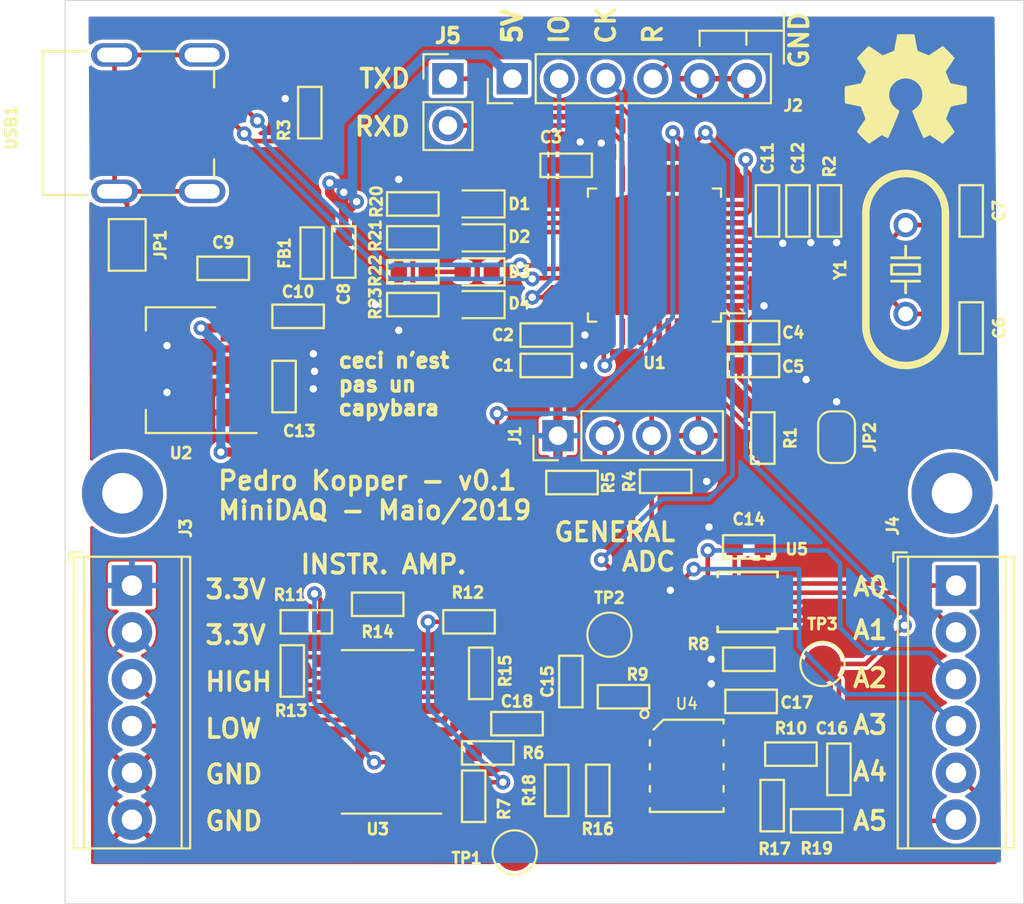
<source format=kicad_pcb>
(kicad_pcb (version 20171130) (host pcbnew "(5.1.2-1)-1")
  (layers (0 F.Cu signal) (31 B.Cu signal) (34 B.Paste user) (35 F.Paste user) (36 B.SilkS user) (37 F.SilkS user) (38 B.Mask user) (39 F.Mask user) (44 Edge.Cuts user))
  (net 0 "")
  (net 1 GND)
  (net 2 "Net-(C6-Pad2)")
  (net 3 "Net-(C7-Pad2)")
  (net 4 +5V)
  (net 5 +3.3VADC)
  (net 6 A6_OP1)
  (net 7 A7_OP4)
  (net 8 "Net-(D1-Pad2)")
  (net 9 LED0)
  (net 10 LED1)
  (net 11 "Net-(D2-Pad2)")
  (net 12 "Net-(D3-Pad2)")
  (net 13 LED2)
  (net 14 "Net-(D4-Pad2)")
  (net 15 SWDIO)
  (net 16 SWCLK)
  (net 17 NRST)
  (net 18 IA_L)
  (net 19 IA_H)
  (net 20 A0)
  (net 21 A1)
  (net 22 A2)
  (net 23 A3)
  (net 24 HV_A4)
  (net 25 HV_A5)
  (net 26 "Net-(JP1-Pad1)")
  (net 27 "Net-(JP2-Pad2)")
  (net 28 USB_DP)
  (net 29 "Net-(R11-Pad2)")
  (net 30 A8_OP3)
  (net 31 "Net-(R12-Pad2)")
  (net 32 "Net-(R8-Pad2)")
  (net 33 "Net-(R9-Pad1)")
  (net 34 "Net-(R10-Pad1)")
  (net 35 "Net-(R11-Pad1)")
  (net 36 "Net-(R12-Pad1)")
  (net 37 "Net-(R13-Pad1)")
  (net 38 "Net-(R14-Pad1)")
  (net 39 "Net-(R16-Pad2)")
  (net 40 "Net-(R17-Pad2)")
  (net 41 "Net-(U1-Pad2)")
  (net 42 "Net-(U1-Pad3)")
  (net 43 "Net-(U1-Pad4)")
  (net 44 "Net-(U1-Pad10)")
  (net 45 "Net-(U1-Pad12)")
  (net 46 "Net-(U1-Pad13)")
  (net 47 "Net-(U1-Pad16)")
  (net 48 "Net-(U1-Pad17)")
  (net 49 "Net-(U1-Pad18)")
  (net 50 "Net-(U1-Pad19)")
  (net 51 "Net-(U1-Pad20)")
  (net 52 "Net-(U1-Pad25)")
  (net 53 "Net-(U1-Pad29)")
  (net 54 USB_DM)
  (net 55 "Net-(U1-Pad38)")
  (net 56 "Net-(U1-Pad39)")
  (net 57 "Net-(U1-Pad40)")
  (net 58 "Net-(U1-Pad41)")
  (net 59 "Net-(U1-Pad45)")
  (net 60 "Net-(U1-Pad46)")
  (net 61 "Net-(USB1-Pad4)")
  (net 62 "Net-(U3-Pad14)")
  (net 63 I2C1_SCL)
  (net 64 I2C1_SDA)
  (net 65 "Net-(U1-Pad30)")
  (net 66 "Net-(U1-Pad31)")
  (net 67 VBUS)
  (net 68 "Net-(J5-Pad2)")
  (net 69 "Net-(J5-Pad1)")
  (module Connector_PinHeader_2.54mm:PinHeader_1x02_P2.54mm_Vertical (layer F.Cu) (at 48.768 47.244)
    (fp_text reference J5 (at 0 -2.33) (layer F.SilkS) (effects (font (size 0.8 0.8) (thickness 0.2))))
    (fp_text value UART)
    (pad 2 thru_hole oval (at 0 2.54) (size 1.7 1.7) (drill 1) (layers *.Cu *.Mask) (net 68 "Net-(J5-Pad2)"))
    (pad 1 thru_hole rect (at 0 0) (size 1.7 1.7) (drill 1) (layers *.Cu *.Mask) (net 69 "Net-(J5-Pad1)"))
  )
  (module TestPoint:TestPoint_Pad_D2.0mm (layer F.Cu) (at 52.3875 89.2175)
    (fp_text reference TP1 (at -2.6035 0.3175) (layer F.SilkS) (effects (font (size 0.6 0.6))))
    (fp_text value IA_OUT)
    (pad 1 smd circle (at 0 0) (size 2 2) (layers F.Cu F.Mask) (net 30 A8_OP3))
  )
  (module MountingHole:MountingHole_2.2mm_M2_Pad (layer F.Cu) (at 76.115 69.731)
    (fp_text reference REF** hide)
    (fp_text value MountingHole_2.2mm_M2_Pad)
    (pad 1 thru_hole circle (at 0 0) (size 4.4 4.4) (drill 2.2) (layers *.Cu *.Mask))
  )
  (module MountingHole:MountingHole_2.2mm_M2_Pad (layer F.Cu) (at 31.115 69.731)
    (fp_text reference REF** hide)
    (fp_text value MountingHole_2.2mm_M2_Pad)
    (pad 1 thru_hole circle (at 0 0) (size 4.4 4.4) (drill 2.2) (layers *.Cu *.Mask))
  )
  (module OPL_Resistor:R0603 (layer F.Cu) (at 66.3575 86.6775 270)
    (fp_text reference R17 (at 2.3495 -0.127) (layer F.SilkS) (effects (font (size 0.6 0.6))))
    (fp_text value 220k)
    (pad 1 smd rect (at -0.762 0 270) (size 0.889 0.889) (layers F.Cu F.Paste F.Mask) (net 1 GND))
    (pad 2 smd rect (at 0.762 0 270) (size 0.889 0.889) (layers F.Cu F.Paste F.Mask) (net 40 "Net-(R17-Pad2)"))
  )
  (module LED_SMD:LED_0603_1608Metric (layer F.Cu) (at 50.3555 59.4995 180)
    (fp_text reference D4 (at -2.286 0.0635) (layer F.SilkS) (effects (font (size 0.6 0.6))))
    (fp_text value LED)
    (pad 2 smd roundrect (at 0.7875 0 180) (size 0.875 0.95) (layers F.Cu F.Paste F.Mask) (net 14 "Net-(D4-Pad2)"))
    (pad 1 smd roundrect (at -0.7875 0 180) (size 0.875 0.95) (layers F.Cu F.Paste F.Mask) (net 1 GND))
  )
  (module LED_SMD:LED_0603_1608Metric (layer F.Cu) (at 50.3555 57.7215 180)
    (fp_text reference D3 (at -2.286 0) (layer F.SilkS) (effects (font (size 0.6 0.6))))
    (fp_text value LED)
    (pad 2 smd roundrect (at 0.7875 0 180) (size 0.875 0.95) (layers F.Cu F.Paste F.Mask) (net 12 "Net-(D3-Pad2)"))
    (pad 1 smd roundrect (at -0.7875 0 180) (size 0.875 0.95) (layers F.Cu F.Paste F.Mask) (net 13 LED2))
  )
  (module LED_SMD:LED_0603_1608Metric (layer F.Cu) (at 50.3555 55.88 180)
    (fp_text reference D2 (at -2.286 0.0635) (layer F.SilkS) (effects (font (size 0.6 0.6))))
    (fp_text value LED)
    (pad 2 smd roundrect (at 0.7875 0 180) (size 0.875 0.95) (layers F.Cu F.Paste F.Mask) (net 11 "Net-(D2-Pad2)"))
    (pad 1 smd roundrect (at -0.7875 0 180) (size 0.875 0.95) (layers F.Cu F.Paste F.Mask) (net 10 LED1))
  )
  (module LED_SMD:LED_0603_1608Metric (layer F.Cu) (at 50.3555 54.0385 180)
    (fp_text reference D1 (at -2.286 0) (layer F.SilkS) (effects (font (size 0.6 0.6))))
    (fp_text value LED)
    (pad 2 smd roundrect (at 0.7875 0 180) (size 0.875 0.95) (layers F.Cu F.Paste F.Mask) (net 8 "Net-(D1-Pad2)"))
    (pad 1 smd roundrect (at -0.7875 0 180) (size 0.875 0.95) (layers F.Cu F.Paste F.Mask) (net 9 LED0))
  )
  (module Symbol:OSHW-Symbol_6.7x6mm_SilkScreen (layer F.Cu) (at 73.5965 47.8155)
    (fp_text reference REF** hide)
    (fp_text value OSHW-Symbol_6.7x6mm_SilkScreen hide)
  )
  (module OPL_Resistor:R0603 (layer F.Cu) (at 54.102 62.8015 180)
    (fp_text reference C1 (at 2.3495 0 180) (layer F.SilkS) (effects (font (size 0.6 0.6))))
    (fp_text value 4.7uF)
    (pad 2 smd rect (at 0.762 0 180) (size 0.889 0.889) (layers F.Cu F.Paste F.Mask) (net 1 GND))
    (pad 1 smd rect (at -0.762 0 180) (size 0.889 0.889) (layers F.Cu F.Paste F.Mask) (net 5 +3.3VADC))
  )
  (module OPL_Resistor:R0603 (layer F.Cu) (at 54.102 61.1505 180)
    (fp_text reference C2 (at 2.3495 0 180) (layer F.SilkS) (effects (font (size 0.6 0.6))))
    (fp_text value 100nF)
    (pad 2 smd rect (at 0.762 0 180) (size 0.889 0.889) (layers F.Cu F.Paste F.Mask) (net 1 GND))
    (pad 1 smd rect (at -0.762 0 180) (size 0.889 0.889) (layers F.Cu F.Paste F.Mask) (net 5 +3.3VADC))
  )
  (module OPL_Resistor:R0603 (layer F.Cu) (at 55.1815 51.943 180)
    (fp_text reference C3 (at 0.8255 1.524 180) (layer F.SilkS) (effects (font (size 0.6 0.6))))
    (fp_text value 100nF)
    (pad 2 smd rect (at 0.762 0 180) (size 0.889 0.889) (layers F.Cu F.Paste F.Mask) (net 1 GND))
    (pad 1 smd rect (at -0.762 0 180) (size 0.889 0.889) (layers F.Cu F.Paste F.Mask) (net 5 +3.3VADC))
  )
  (module OPL_Resistor:R0603 (layer F.Cu) (at 65.3415 61.0235)
    (fp_text reference C4 (at 2.159 0 180) (layer F.SilkS) (effects (font (size 0.6 0.6))))
    (fp_text value 100nF)
    (pad 1 smd rect (at -0.762 0) (size 0.889 0.889) (layers F.Cu F.Paste F.Mask) (net 5 +3.3VADC))
    (pad 2 smd rect (at 0.762 0) (size 0.889 0.889) (layers F.Cu F.Paste F.Mask) (net 1 GND))
  )
  (module OPL_Resistor:R0603 (layer F.Cu) (at 65.3415 62.8015)
    (fp_text reference C5 (at 2.159 0.0635 180) (layer F.SilkS) (effects (font (size 0.6 0.6))))
    (fp_text value 100nF)
    (pad 1 smd rect (at -0.762 0) (size 0.889 0.889) (layers F.Cu F.Paste F.Mask) (net 5 +3.3VADC))
    (pad 2 smd rect (at 0.762 0) (size 0.889 0.889) (layers F.Cu F.Paste F.Mask) (net 1 GND))
  )
  (module OPL_Resistor:R0603 (layer F.Cu) (at 77.1525 60.7695 90)
    (fp_text reference C6 (at 0 1.524 270) (layer F.SilkS) (effects (font (size 0.6 0.6))))
    (fp_text value 22pF)
    (pad 1 smd rect (at -0.762 0 90) (size 0.889 0.889) (layers F.Cu F.Paste F.Mask) (net 1 GND))
    (pad 2 smd rect (at 0.762 0 90) (size 0.889 0.889) (layers F.Cu F.Paste F.Mask) (net 2 "Net-(C6-Pad2)"))
  )
  (module OPL_Resistor:R0603 (layer F.Cu) (at 77.1525 54.4195 270)
    (fp_text reference C7 (at 0 -1.5 270) (layer F.SilkS) (effects (font (size 0.6 0.6))))
    (fp_text value 22pF)
    (pad 2 smd rect (at 0.762 0 270) (size 0.889 0.889) (layers F.Cu F.Paste F.Mask) (net 3 "Net-(C7-Pad2)"))
    (pad 1 smd rect (at -0.762 0 270) (size 0.889 0.889) (layers F.Cu F.Paste F.Mask) (net 1 GND))
  )
  (module OPL_Resistor:R0603 (layer F.Cu) (at 43.1165 56.642 270)
    (fp_text reference C8 (at 2.286 0 270) (layer F.SilkS) (effects (font (size 0.6 0.6))))
    (fp_text value 10nF)
    (pad 2 smd rect (at 0.762 0 270) (size 0.889 0.889) (layers F.Cu F.Paste F.Mask) (net 1 GND))
    (pad 1 smd rect (at -0.762 0 270) (size 0.889 0.889) (layers F.Cu F.Paste F.Mask) (net 67 VBUS))
  )
  (module OPL_Resistor:R0603 (layer F.Cu) (at 36.576 57.531 180)
    (fp_text reference C9 (at 0 1.397 180) (layer F.SilkS) (effects (font (size 0.6 0.6))))
    (fp_text value 100nF)
    (pad 2 smd rect (at 0.762 0 180) (size 0.889 0.889) (layers F.Cu F.Paste F.Mask) (net 1 GND))
    (pad 1 smd rect (at -0.762 0 180) (size 0.889 0.889) (layers F.Cu F.Paste F.Mask) (net 4 +5V))
  )
  (module OPL_Resistor:R0603 (layer F.Cu) (at 40.64 60.1345)
    (fp_text reference C10 (at 0 -1.3335 180) (layer F.SilkS) (effects (font (size 0.6 0.6))))
    (fp_text value 10uF)
    (pad 1 smd rect (at -0.762 0) (size 0.889 0.889) (layers F.Cu F.Paste F.Mask) (net 4 +5V))
    (pad 2 smd rect (at 0.762 0) (size 0.889 0.889) (layers F.Cu F.Paste F.Mask) (net 1 GND))
  )
  (module OPL_Resistor:R0603 (layer F.Cu) (at 66.1035 54.4195 90)
    (fp_text reference C11 (at 2.8575 0 90) (layer F.SilkS) (effects (font (size 0.6 0.6))))
    (fp_text value 10nF)
    (pad 2 smd rect (at 0.762 0 90) (size 0.889 0.889) (layers F.Cu F.Paste F.Mask) (net 1 GND))
    (pad 1 smd rect (at -0.762 0 90) (size 0.889 0.889) (layers F.Cu F.Paste F.Mask) (net 5 +3.3VADC))
  )
  (module OPL_Resistor:R0603 (layer F.Cu) (at 67.7545 54.4195 90)
    (fp_text reference C12 (at 2.8575 0 270) (layer F.SilkS) (effects (font (size 0.6 0.6))))
    (fp_text value 1uF)
    (pad 2 smd rect (at 0.762 0 90) (size 0.889 0.889) (layers F.Cu F.Paste F.Mask) (net 1 GND))
    (pad 1 smd rect (at -0.762 0 90) (size 0.889 0.889) (layers F.Cu F.Paste F.Mask) (net 5 +3.3VADC))
  )
  (module OPL_Resistor:R0603 (layer F.Cu) (at 39.878 63.9445 270)
    (fp_text reference C13 (at 2.413 -0.8255) (layer F.SilkS) (effects (font (size 0.6 0.6))))
    (fp_text value 22uF)
    (pad 1 smd rect (at -0.762 0 270) (size 0.889 0.889) (layers F.Cu F.Paste F.Mask) (net 5 +3.3VADC))
    (pad 2 smd rect (at 0.762 0 270) (size 0.889 0.889) (layers F.Cu F.Paste F.Mask) (net 1 GND))
  )
  (module OPL_Resistor:R0603 (layer F.Cu) (at 65.0875 72.644)
    (fp_text reference C14 (at 0 -1.5 180) (layer F.SilkS) (effects (font (size 0.6 0.6))))
    (fp_text value 100nF)
    (pad 1 smd rect (at -0.762 0) (size 0.889 0.889) (layers F.Cu F.Paste F.Mask) (net 5 +3.3VADC))
    (pad 2 smd rect (at 0.762 0) (size 0.889 0.889) (layers F.Cu F.Paste F.Mask) (net 1 GND))
  )
  (module OPL_Capacitor:C0603 (layer F.Cu) (at 55.4355 79.9465 90)
    (fp_text reference C15 (at 0 -1.27 90) (layer F.SilkS) (effects (font (size 0.6 0.6))))
    (fp_text value DNP)
    (pad 2 smd rect (at 0.762 0 90) (size 0.9 0.9) (layers F.Cu F.Paste F.Mask) (net 1 GND))
    (pad 1 smd rect (at -0.762 0 90) (size 0.9 0.9) (layers F.Cu F.Paste F.Mask) (net 7 A7_OP4))
  )
  (module OPL_Capacitor:C0603 (layer F.Cu) (at 69.977 84.709 270)
    (fp_text reference C16 (at -2.2225 0.381 180) (layer F.SilkS) (effects (font (size 0.6 0.6))))
    (fp_text value DNP)
    (pad 1 smd rect (at -0.762 0 270) (size 0.9 0.9) (layers F.Cu F.Paste F.Mask) (net 6 A6_OP1))
    (pad 2 smd rect (at 0.762 0 270) (size 0.9 0.9) (layers F.Cu F.Paste F.Mask) (net 1 GND))
  )
  (module OPL_Resistor:R0603 (layer F.Cu) (at 65.2145 81.026)
    (fp_text reference C17 (at 2.4765 0.0635) (layer F.SilkS) (effects (font (size 0.6 0.6))))
    (fp_text value 100nF)
    (pad 2 smd rect (at 0.762 0) (size 0.889 0.889) (layers F.Cu F.Paste F.Mask) (net 1 GND))
    (pad 1 smd rect (at -0.762 0) (size 0.889 0.889) (layers F.Cu F.Paste F.Mask) (net 5 +3.3VADC))
  )
  (module OPL_Resistor:R0603 (layer F.Cu) (at 52.5145 82.2325)
    (fp_text reference C18 (at 0 -1.2065 180) (layer F.SilkS) (effects (font (size 0.6 0.6))))
    (fp_text value 100nF)
    (pad 1 smd rect (at -0.762 0) (size 0.889 0.889) (layers F.Cu F.Paste F.Mask) (net 4 +5V))
    (pad 2 smd rect (at 0.762 0) (size 0.889 0.889) (layers F.Cu F.Paste F.Mask) (net 1 GND))
  )
  (module OPL_Filters_and_Magnetic_Beads:L0603 (layer F.Cu) (at 41.402 56.7055 90)
    (fp_text reference FB1 (at 0 -1.5 90) (layer F.SilkS) (effects (font (size 0.6 0.6))))
    (fp_text value Ferrite_Bead)
    (pad 2 smd rect (at 0.762 0 90) (size 0.889 0.889) (layers F.Cu F.Paste F.Mask) (net 67 VBUS))
    (pad 1 smd rect (at -0.762 0 90) (size 0.889 0.889) (layers F.Cu F.Paste F.Mask) (net 4 +5V))
  )
  (module Connector_PinHeader_2.54mm:PinHeader_1x04_P2.54mm_Vertical (layer F.Cu) (at 54.737 66.6115 90)
    (fp_text reference J1 (at 0 -2.33 90) (layer F.SilkS) (effects (font (size 0.6 0.6))))
    (fp_text value COMM)
    (pad 1 thru_hole rect (at 0 0 90) (size 1.7 1.7) (drill 1) (layers *.Cu *.Mask) (net 5 +3.3VADC))
    (pad 2 thru_hole oval (at 0 2.54 90) (size 1.7 1.7) (drill 1) (layers *.Cu *.Mask) (net 63 I2C1_SCL))
    (pad 3 thru_hole oval (at 0 5.08 90) (size 1.7 1.7) (drill 1) (layers *.Cu *.Mask) (net 64 I2C1_SDA))
    (pad 4 thru_hole oval (at 0 7.62 90) (size 1.7 1.7) (drill 1) (layers *.Cu *.Mask) (net 1 GND))
  )
  (module Connector_PinHeader_2.54mm:PinHeader_1x06_P2.54mm_Vertical (layer F.Cu) (at 52.2605 47.244 90)
    (fp_text reference J2 (at -1.4605 15.24 180) (layer F.SilkS) (effects (font (size 0.6 0.6))))
    (fp_text value PROG)
    (pad 1 thru_hole rect (at 0 0 90) (size 1.7 1.7) (drill 1) (layers *.Cu *.Mask) (net 67 VBUS))
    (pad 2 thru_hole oval (at 0 2.54 90) (size 1.7 1.7) (drill 1) (layers *.Cu *.Mask) (net 15 SWDIO))
    (pad 3 thru_hole oval (at 0 5.08 90) (size 1.7 1.7) (drill 1) (layers *.Cu *.Mask) (net 16 SWCLK))
    (pad 4 thru_hole oval (at 0 7.62 90) (size 1.7 1.7) (drill 1) (layers *.Cu *.Mask) (net 17 NRST))
    (pad 5 thru_hole oval (at 0 10.16 90) (size 1.7 1.7) (drill 1) (layers *.Cu *.Mask) (net 1 GND))
    (pad 6 thru_hole oval (at 0 12.7 90) (size 1.7 1.7) (drill 1) (layers *.Cu *.Mask) (net 1 GND))
  )
  (module TerminalBlock_Phoenix:TerminalBlock_Phoenix_MPT-0,5-6-2.54_1x06_P2.54mm_Horizontal (layer F.Cu) (at 31.623 74.7395 270)
    (fp_text reference J3 (at -3.1115 -2.921 90) (layer F.SilkS) (effects (font (size 0.6 0.6))))
    (fp_text value INSTR)
    (pad 6 thru_hole circle (at 12.7 0 270) (size 2.2 2.2) (drill 1.1) (layers *.Cu *.Mask) (net 1 GND))
    (pad 5 thru_hole circle (at 10.16 0 270) (size 2.2 2.2) (drill 1.1) (layers *.Cu *.Mask) (net 1 GND))
    (pad 4 thru_hole circle (at 7.62 0 270) (size 2.2 2.2) (drill 1.1) (layers *.Cu *.Mask) (net 18 IA_L))
    (pad 3 thru_hole circle (at 5.08 0 270) (size 2.2 2.2) (drill 1.1) (layers *.Cu *.Mask) (net 19 IA_H))
    (pad 2 thru_hole circle (at 2.54 0 270) (size 2.2 2.2) (drill 1.1) (layers *.Cu *.Mask) (net 5 +3.3VADC))
    (pad 1 thru_hole rect (at 0 0 270) (size 2.2 2.2) (drill 1.1) (layers *.Cu *.Mask) (net 5 +3.3VADC))
  )
  (module TerminalBlock_Phoenix:TerminalBlock_Phoenix_MPT-0,5-6-2.54_1x06_P2.54mm_Horizontal (layer F.Cu) (at 76.327 74.7395 270)
    (fp_text reference J4 (at -3.2385 3.429 90) (layer F.SilkS) (effects (font (size 0.6 0.6))))
    (fp_text value GENERAL)
    (pad 1 thru_hole rect (at 0 0 270) (size 2.2 2.2) (drill 1.1) (layers *.Cu *.Mask) (net 21 A1))
    (pad 2 thru_hole circle (at 2.54 0 270) (size 2.2 2.2) (drill 1.1) (layers *.Cu *.Mask) (net 20 A0))
    (pad 3 thru_hole circle (at 5.08 0 270) (size 2.2 2.2) (drill 1.1) (layers *.Cu *.Mask) (net 22 A2))
    (pad 4 thru_hole circle (at 7.62 0 270) (size 2.2 2.2) (drill 1.1) (layers *.Cu *.Mask) (net 23 A3))
    (pad 5 thru_hole circle (at 10.16 0 270) (size 2.2 2.2) (drill 1.1) (layers *.Cu *.Mask) (net 24 HV_A4))
    (pad 6 thru_hole circle (at 12.7 0 270) (size 2.2 2.2) (drill 1.1) (layers *.Cu *.Mask) (net 25 HV_A5))
  )
  (module Jumper:SolderJumper-2_P1.3mm_Open_Pad1.0x1.5mm (layer F.Cu) (at 31.369 56.261 270)
    (fp_text reference JP1 (at 0 -1.8 90) (layer F.SilkS) (effects (font (size 0.6 0.6))))
    (fp_text value SHIELD)
    (pad 2 smd rect (at 0.65 0 270) (size 1 1.5) (layers F.Cu F.Mask) (net 1 GND))
    (pad 1 smd rect (at -0.65 0 270) (size 1 1.5) (layers F.Cu F.Mask) (net 26 "Net-(JP1-Pad1)"))
  )
  (module Jumper:SolderJumper-2_P1.3mm_Open_RoundedPad1.0x1.5mm (layer F.Cu) (at 69.85 66.69 270)
    (fp_text reference JP2 (at 0 -1.8 90) (layer F.SilkS) (effects (font (size 0.6 0.6))))
    (fp_text value BOOT0)
    (pad 1 smd custom (at -0.65 0 270) (size 1 0.5) (layers F.Cu F.Mask) (net 5 +3.3VADC) (options (clearance outline) (anchor rect)) (primitives (gr_circle (center 0 0.25) (end 0.5 0.25) (width 0)) (gr_circle (center 0 -0.25) (end 0.5 -0.25) (width 0)) (gr_poly (pts (xy 0 -0.75) (xy 0.5 -0.75) (xy 0.5 0.75) (xy 0 0.75)) (width 0))))
    (pad 2 smd custom (at 0.65 0 270) (size 1 0.5) (layers F.Cu F.Mask) (net 27 "Net-(JP2-Pad2)") (options (clearance outline) (anchor rect)) (primitives (gr_circle (center 0 0.25) (end 0.5 0.25) (width 0)) (gr_circle (center 0 -0.25) (end 0.5 -0.25) (width 0)) (gr_poly (pts (xy 0 -0.75) (xy -0.5 -0.75) (xy -0.5 0.75) (xy 0 0.75)) (width 0))))
  )
  (module OPL_Resistor:R0603 (layer F.Cu) (at 65.8495 66.7385 270)
    (fp_text reference R1 (at 0 -1.5 270) (layer F.SilkS) (effects (font (size 0.6 0.6))))
    (fp_text value 4k7)
    (pad 1 smd rect (at -0.762 0 270) (size 0.889 0.889) (layers F.Cu F.Paste F.Mask) (net 27 "Net-(JP2-Pad2)"))
    (pad 2 smd rect (at 0.762 0 270) (size 0.889 0.889) (layers F.Cu F.Paste F.Mask) (net 1 GND))
  )
  (module OPL_Resistor:R0603 (layer F.Cu) (at 69.469 54.4195 90)
    (fp_text reference R2 (at 2.413 0 270) (layer F.SilkS) (effects (font (size 0.6 0.6))))
    (fp_text value 4k7)
    (pad 1 smd rect (at -0.762 0 90) (size 0.889 0.889) (layers F.Cu F.Paste F.Mask) (net 5 +3.3VADC))
    (pad 2 smd rect (at 0.762 0 90) (size 0.889 0.889) (layers F.Cu F.Paste F.Mask) (net 17 NRST))
  )
  (module OPL_Resistor:R0603 (layer F.Cu) (at 41.275 49.0855 90)
    (fp_text reference R3 (at -0.9525 -1.397 90) (layer F.SilkS) (effects (font (size 0.6 0.6))))
    (fp_text value 1k5)
    (pad 2 smd rect (at 0.762 0 90) (size 0.889 0.889) (layers F.Cu F.Paste F.Mask) (net 5 +3.3VADC))
    (pad 1 smd rect (at -0.762 0 90) (size 0.889 0.889) (layers F.Cu F.Paste F.Mask) (net 28 USB_DP))
  )
  (module OPL_Resistor:R0603 (layer F.Cu) (at 60.579 69.088 180)
    (fp_text reference R4 (at 1.9685 0 270) (layer F.SilkS) (effects (font (size 0.6 0.6))))
    (fp_text value 4k7)
    (pad 2 smd rect (at 0.762 0 180) (size 0.889 0.889) (layers F.Cu F.Paste F.Mask) (net 64 I2C1_SDA))
    (pad 1 smd rect (at -0.762 0 180) (size 0.889 0.889) (layers F.Cu F.Paste F.Mask) (net 5 +3.3VADC))
  )
  (module OPL_Resistor:R0603 (layer F.Cu) (at 55.499 69.1515)
    (fp_text reference R5 (at 1.9685 0 90) (layer F.SilkS) (effects (font (size 0.6 0.6))))
    (fp_text value 4k7)
    (pad 1 smd rect (at -0.762 0) (size 0.889 0.889) (layers F.Cu F.Paste F.Mask) (net 5 +3.3VADC))
    (pad 2 smd rect (at 0.762 0) (size 0.889 0.889) (layers F.Cu F.Paste F.Mask) (net 63 I2C1_SCL))
  )
  (module OPL_Resistor:R0603 (layer F.Cu) (at 50.927 83.82)
    (fp_text reference R6 (at 2.4765 0 180) (layer F.SilkS) (effects (font (size 0.6 0.6))))
    (fp_text value 33k)
    (pad 1 smd rect (at -0.762 0) (size 0.889 0.889) (layers F.Cu F.Paste F.Mask) (net 29 "Net-(R11-Pad2)"))
    (pad 2 smd rect (at 0.762 0) (size 0.889 0.889) (layers F.Cu F.Paste F.Mask) (net 1 GND))
  )
  (module OPL_Resistor:R0603 (layer F.Cu) (at 50.165 86.1695 270)
    (fp_text reference R7 (at 0.6985 -1.651 270) (layer F.SilkS) (effects (font (size 0.6 0.6))))
    (fp_text value 33k)
    (pad 2 smd rect (at 0.762 0 270) (size 0.889 0.889) (layers F.Cu F.Paste F.Mask) (net 30 A8_OP3))
    (pad 1 smd rect (at -0.762 0 270) (size 0.889 0.889) (layers F.Cu F.Paste F.Mask) (net 31 "Net-(R12-Pad2)"))
  )
  (module OPL_Resistor:R0603 (layer F.Cu) (at 65.0875 78.74)
    (fp_text reference R8 (at -2.7305 -0.8255 180) (layer F.SilkS) (effects (font (size 0.6 0.6))))
    (fp_text value 4k7)
    (pad 2 smd rect (at 0.762 0) (size 0.889 0.889) (layers F.Cu F.Paste F.Mask) (net 32 "Net-(R8-Pad2)"))
    (pad 1 smd rect (at -0.762 0) (size 0.889 0.889) (layers F.Cu F.Paste F.Mask) (net 5 +3.3VADC))
  )
  (module OPL_Resistor:R0603 (layer F.Cu) (at 58.293 80.772 180)
    (fp_text reference R9 (at -0.762 1.2065 180) (layer F.SilkS) (effects (font (size 0.6 0.6))))
    (fp_text value 220)
    (pad 2 smd rect (at 0.762 0 180) (size 0.889 0.889) (layers F.Cu F.Paste F.Mask) (net 7 A7_OP4))
    (pad 1 smd rect (at -0.762 0 180) (size 0.889 0.889) (layers F.Cu F.Paste F.Mask) (net 33 "Net-(R9-Pad1)"))
  )
  (module OPL_Resistor:R0603 (layer F.Cu) (at 67.3735 83.8835)
    (fp_text reference R10 (at 0 -1.397 180) (layer F.SilkS) (effects (font (size 0.6 0.6))))
    (fp_text value 220)
    (pad 1 smd rect (at -0.762 0) (size 0.889 0.889) (layers F.Cu F.Paste F.Mask) (net 34 "Net-(R10-Pad1)"))
    (pad 2 smd rect (at 0.762 0) (size 0.889 0.889) (layers F.Cu F.Paste F.Mask) (net 6 A6_OP1))
  )
  (module OPL_Resistor:R0603 (layer F.Cu) (at 41.0845 76.708)
    (fp_text reference R11 (at -0.889 -1.4605 180) (layer F.SilkS) (effects (font (size 0.6 0.6))))
    (fp_text value 33k)
    (pad 2 smd rect (at 0.762 0) (size 0.889 0.889) (layers F.Cu F.Paste F.Mask) (net 29 "Net-(R11-Pad2)"))
    (pad 1 smd rect (at -0.762 0) (size 0.889 0.889) (layers F.Cu F.Paste F.Mask) (net 35 "Net-(R11-Pad1)"))
  )
  (module OPL_Resistor:R0603 (layer F.Cu) (at 49.911 76.708 180)
    (fp_text reference R12 (at 0.0635 1.5875 180) (layer F.SilkS) (effects (font (size 0.6 0.6))))
    (fp_text value 33k)
    (pad 1 smd rect (at -0.762 0 180) (size 0.889 0.889) (layers F.Cu F.Paste F.Mask) (net 36 "Net-(R12-Pad1)"))
    (pad 2 smd rect (at 0.762 0 180) (size 0.889 0.889) (layers F.Cu F.Paste F.Mask) (net 31 "Net-(R12-Pad2)"))
  )
  (module OPL_Resistor:R0603 (layer F.Cu) (at 40.3225 79.375 90)
    (fp_text reference R13 (at -2.159 -0.0635) (layer F.SilkS) (effects (font (size 0.6 0.6))))
    (fp_text value 33k)
    (pad 1 smd rect (at -0.762 0 90) (size 0.889 0.889) (layers F.Cu F.Paste F.Mask) (net 37 "Net-(R13-Pad1)"))
    (pad 2 smd rect (at 0.762 0 90) (size 0.889 0.889) (layers F.Cu F.Paste F.Mask) (net 35 "Net-(R11-Pad1)"))
  )
  (module OPL_Resistor:R0603 (layer F.Cu) (at 44.958 75.7555 180)
    (fp_text reference R14 (at 0 -1.5 180) (layer F.SilkS) (effects (font (size 0.6 0.6))))
    (fp_text value 1k2)
    (pad 1 smd rect (at -0.762 0 180) (size 0.889 0.889) (layers F.Cu F.Paste F.Mask) (net 38 "Net-(R14-Pad1)"))
    (pad 2 smd rect (at 0.762 0 180) (size 0.889 0.889) (layers F.Cu F.Paste F.Mask) (net 37 "Net-(R13-Pad1)"))
  )
  (module OPL_Resistor:R0603 (layer F.Cu) (at 50.546 79.502 90)
    (fp_text reference R15 (at 0.127 1.3335 270) (layer F.SilkS) (effects (font (size 0.6 0.6))))
    (fp_text value 33k)
    (pad 2 smd rect (at 0.762 0 90) (size 0.889 0.889) (layers F.Cu F.Paste F.Mask) (net 36 "Net-(R12-Pad1)"))
    (pad 1 smd rect (at -0.762 0 90) (size 0.889 0.889) (layers F.Cu F.Paste F.Mask) (net 38 "Net-(R14-Pad1)"))
  )
  (module OPL_Resistor:R0603 (layer F.Cu) (at 56.896 85.852 90)
    (fp_text reference R16 (at -2.0955 0) (layer F.SilkS) (effects (font (size 0.6 0.6))))
    (fp_text value 220k)
    (pad 2 smd rect (at 0.762 0 90) (size 0.889 0.889) (layers F.Cu F.Paste F.Mask) (net 39 "Net-(R16-Pad2)"))
    (pad 1 smd rect (at -0.762 0 90) (size 0.889 0.889) (layers F.Cu F.Paste F.Mask) (net 1 GND))
  )
  (module OPL_Resistor:R0603 (layer F.Cu) (at 54.6735 85.852 90)
    (fp_text reference R18 (at 0 -1.5 270) (layer F.SilkS) (effects (font (size 0.6 0.6))))
    (fp_text value 1M)
    (pad 2 smd rect (at 0.762 0 90) (size 0.889 0.889) (layers F.Cu F.Paste F.Mask) (net 39 "Net-(R16-Pad2)"))
    (pad 1 smd rect (at -0.762 0 90) (size 0.889 0.889) (layers F.Cu F.Paste F.Mask) (net 24 HV_A4))
  )
  (module OPL_Resistor:R0603 (layer F.Cu) (at 68.7705 87.503 180)
    (fp_text reference R19 (at 0 -1.5 180) (layer F.SilkS) (effects (font (size 0.6 0.6))))
    (fp_text value 1M)
    (pad 2 smd rect (at 0.762 0 180) (size 0.889 0.889) (layers F.Cu F.Paste F.Mask) (net 40 "Net-(R17-Pad2)"))
    (pad 1 smd rect (at -0.762 0 180) (size 0.889 0.889) (layers F.Cu F.Paste F.Mask) (net 25 HV_A5))
  )
  (module OPL_Resistor:R0603 (layer F.Cu) (at 46.863 54.0385 180)
    (fp_text reference R20 (at 1.9685 0.127 270) (layer F.SilkS) (effects (font (size 0.6 0.6))))
    (fp_text value 220)
    (pad 1 smd rect (at -0.762 0 180) (size 0.889 0.889) (layers F.Cu F.Paste F.Mask) (net 8 "Net-(D1-Pad2)"))
    (pad 2 smd rect (at 0.762 0 180) (size 0.889 0.889) (layers F.Cu F.Paste F.Mask) (net 5 +3.3VADC))
  )
  (module OPL_Resistor:R0603 (layer F.Cu) (at 46.863 55.88 180)
    (fp_text reference R21 (at 2.032 0.127 270) (layer F.SilkS) (effects (font (size 0.6 0.6))))
    (fp_text value 220)
    (pad 1 smd rect (at -0.762 0 180) (size 0.889 0.889) (layers F.Cu F.Paste F.Mask) (net 11 "Net-(D2-Pad2)"))
    (pad 2 smd rect (at 0.762 0 180) (size 0.889 0.889) (layers F.Cu F.Paste F.Mask) (net 5 +3.3VADC))
  )
  (module OPL_Resistor:R0603 (layer F.Cu) (at 46.863 57.7215 180)
    (fp_text reference R22 (at 2.032 0.0635 270) (layer F.SilkS) (effects (font (size 0.6 0.6))))
    (fp_text value 220)
    (pad 1 smd rect (at -0.762 0 180) (size 0.889 0.889) (layers F.Cu F.Paste F.Mask) (net 12 "Net-(D3-Pad2)"))
    (pad 2 smd rect (at 0.762 0 180) (size 0.889 0.889) (layers F.Cu F.Paste F.Mask) (net 5 +3.3VADC))
  )
  (module OPL_Resistor:R0603 (layer F.Cu) (at 46.863 59.4995 180)
    (fp_text reference R23 (at 2.032 0.0635 270) (layer F.SilkS) (effects (font (size 0.6 0.6))))
    (fp_text value 220)
    (pad 1 smd rect (at -0.762 0 180) (size 0.889 0.889) (layers F.Cu F.Paste F.Mask) (net 14 "Net-(D4-Pad2)"))
    (pad 2 smd rect (at 0.762 0 180) (size 0.889 0.889) (layers F.Cu F.Paste F.Mask) (net 5 +3.3VADC))
  )
  (module TestPoint:TestPoint_Pad_D2.0mm (layer F.Cu) (at 57.531 77.4065)
    (fp_text reference TP2 (at 0 -1.998) (layer F.SilkS) (effects (font (size 0.6 0.6))))
    (fp_text value HV_A4)
    (pad 1 smd circle (at 0 0) (size 2 2) (layers F.Cu F.Mask) (net 7 A7_OP4))
  )
  (module TestPoint:TestPoint_Pad_D2.0mm (layer F.Cu) (at 69.088 78.994)
    (fp_text reference TP3 (at 0 -2.159) (layer F.SilkS) (effects (font (size 0.6 0.6))))
    (fp_text value HV_A5)
    (pad 1 smd circle (at 0 0) (size 2 2) (layers F.Cu F.Mask) (net 6 A6_OP1))
  )
  (module Package_QFP:LQFP-48_7x7mm_P0.5mm (layer F.Cu) (at 59.9725 56.8125 180)
    (fp_text reference U1 (at 0 -5.85) (layer F.SilkS) (effects (font (size 0.6 0.6))))
    (fp_text value STM32F303CCTx)
    (pad 1 smd roundrect (at -4.1625 -2.75 180) (size 1.475 0.3) (layers F.Cu F.Paste F.Mask) (net 5 +3.3VADC))
    (pad 2 smd roundrect (at -4.1625 -2.25 180) (size 1.475 0.3) (layers F.Cu F.Paste F.Mask) (net 41 "Net-(U1-Pad2)"))
    (pad 3 smd roundrect (at -4.1625 -1.75 180) (size 1.475 0.3) (layers F.Cu F.Paste F.Mask) (net 42 "Net-(U1-Pad3)"))
    (pad 4 smd roundrect (at -4.1625 -1.25 180) (size 1.475 0.3) (layers F.Cu F.Paste F.Mask) (net 43 "Net-(U1-Pad4)"))
    (pad 5 smd roundrect (at -4.1625 -0.75 180) (size 1.475 0.3) (layers F.Cu F.Paste F.Mask) (net 2 "Net-(C6-Pad2)"))
    (pad 6 smd roundrect (at -4.1625 -0.25 180) (size 1.475 0.3) (layers F.Cu F.Paste F.Mask) (net 3 "Net-(C7-Pad2)"))
    (pad 7 smd roundrect (at -4.1625 0.25 180) (size 1.475 0.3) (layers F.Cu F.Paste F.Mask) (net 17 NRST))
    (pad 8 smd roundrect (at -4.1625 0.75 180) (size 1.475 0.3) (layers F.Cu F.Paste F.Mask) (net 1 GND))
    (pad 9 smd roundrect (at -4.1625 1.25 180) (size 1.475 0.3) (layers F.Cu F.Paste F.Mask) (net 5 +3.3VADC))
    (pad 10 smd roundrect (at -4.1625 1.75 180) (size 1.475 0.3) (layers F.Cu F.Paste F.Mask) (net 44 "Net-(U1-Pad10)"))
    (pad 11 smd roundrect (at -4.1625 2.25 180) (size 1.475 0.3) (layers F.Cu F.Paste F.Mask) (net 6 A6_OP1))
    (pad 12 smd roundrect (at -4.1625 2.75 180) (size 1.475 0.3) (layers F.Cu F.Paste F.Mask) (net 45 "Net-(U1-Pad12)"))
    (pad 13 smd roundrect (at -2.75 4.1625 180) (size 0.3 1.475) (layers F.Cu F.Paste F.Mask) (net 46 "Net-(U1-Pad13)"))
    (pad 14 smd roundrect (at -2.25 4.1625 180) (size 0.3 1.475) (layers F.Cu F.Paste F.Mask) (net 7 A7_OP4))
    (pad 15 smd roundrect (at -1.75 4.1625 180) (size 0.3 1.475) (layers F.Cu F.Paste F.Mask) (net 30 A8_OP3))
    (pad 16 smd roundrect (at -1.25 4.1625 180) (size 0.3 1.475) (layers F.Cu F.Paste F.Mask) (net 47 "Net-(U1-Pad16)"))
    (pad 17 smd roundrect (at -0.75 4.1625 180) (size 0.3 1.475) (layers F.Cu F.Paste F.Mask) (net 48 "Net-(U1-Pad17)"))
    (pad 18 smd roundrect (at -0.25 4.1625 180) (size 0.3 1.475) (layers F.Cu F.Paste F.Mask) (net 49 "Net-(U1-Pad18)"))
    (pad 19 smd roundrect (at 0.25 4.1625 180) (size 0.3 1.475) (layers F.Cu F.Paste F.Mask) (net 50 "Net-(U1-Pad19)"))
    (pad 20 smd roundrect (at 0.75 4.1625 180) (size 0.3 1.475) (layers F.Cu F.Paste F.Mask) (net 51 "Net-(U1-Pad20)"))
    (pad 21 smd roundrect (at 1.25 4.1625 180) (size 0.3 1.475) (layers F.Cu F.Paste F.Mask) (net 69 "Net-(J5-Pad1)"))
    (pad 22 smd roundrect (at 1.75 4.1625 180) (size 0.3 1.475) (layers F.Cu F.Paste F.Mask) (net 68 "Net-(J5-Pad2)"))
    (pad 23 smd roundrect (at 2.25 4.1625 180) (size 0.3 1.475) (layers F.Cu F.Paste F.Mask) (net 1 GND))
    (pad 24 smd roundrect (at 2.75 4.1625 180) (size 0.3 1.475) (layers F.Cu F.Paste F.Mask) (net 5 +3.3VADC))
    (pad 25 smd roundrect (at 4.1625 2.75 180) (size 1.475 0.3) (layers F.Cu F.Paste F.Mask) (net 52 "Net-(U1-Pad25)"))
    (pad 26 smd roundrect (at 4.1625 2.25 180) (size 1.475 0.3) (layers F.Cu F.Paste F.Mask) (net 9 LED0))
    (pad 27 smd roundrect (at 4.1625 1.75 180) (size 1.475 0.3) (layers F.Cu F.Paste F.Mask) (net 10 LED1))
    (pad 28 smd roundrect (at 4.1625 1.25 180) (size 1.475 0.3) (layers F.Cu F.Paste F.Mask) (net 13 LED2))
    (pad 29 smd roundrect (at 4.1625 0.75 180) (size 1.475 0.3) (layers F.Cu F.Paste F.Mask) (net 53 "Net-(U1-Pad29)"))
    (pad 30 smd roundrect (at 4.1625 0.25 180) (size 1.475 0.3) (layers F.Cu F.Paste F.Mask) (net 65 "Net-(U1-Pad30)"))
    (pad 31 smd roundrect (at 4.1625 -0.25 180) (size 1.475 0.3) (layers F.Cu F.Paste F.Mask) (net 66 "Net-(U1-Pad31)"))
    (pad 32 smd roundrect (at 4.1625 -0.75 180) (size 1.475 0.3) (layers F.Cu F.Paste F.Mask) (net 54 USB_DM))
    (pad 33 smd roundrect (at 4.1625 -1.25 180) (size 1.475 0.3) (layers F.Cu F.Paste F.Mask) (net 28 USB_DP))
    (pad 34 smd roundrect (at 4.1625 -1.75 180) (size 1.475 0.3) (layers F.Cu F.Paste F.Mask) (net 15 SWDIO))
    (pad 35 smd roundrect (at 4.1625 -2.25 180) (size 1.475 0.3) (layers F.Cu F.Paste F.Mask) (net 1 GND))
    (pad 36 smd roundrect (at 4.1625 -2.75 180) (size 1.475 0.3) (layers F.Cu F.Paste F.Mask) (net 5 +3.3VADC))
    (pad 37 smd roundrect (at 2.75 -4.1625 180) (size 0.3 1.475) (layers F.Cu F.Paste F.Mask) (net 16 SWCLK))
    (pad 38 smd roundrect (at 2.25 -4.1625 180) (size 0.3 1.475) (layers F.Cu F.Paste F.Mask) (net 55 "Net-(U1-Pad38)"))
    (pad 39 smd roundrect (at 1.75 -4.1625 180) (size 0.3 1.475) (layers F.Cu F.Paste F.Mask) (net 56 "Net-(U1-Pad39)"))
    (pad 40 smd roundrect (at 1.25 -4.1625 180) (size 0.3 1.475) (layers F.Cu F.Paste F.Mask) (net 57 "Net-(U1-Pad40)"))
    (pad 41 smd roundrect (at 0.75 -4.1625 180) (size 0.3 1.475) (layers F.Cu F.Paste F.Mask) (net 58 "Net-(U1-Pad41)"))
    (pad 42 smd roundrect (at 0.25 -4.1625 180) (size 0.3 1.475) (layers F.Cu F.Paste F.Mask) (net 63 I2C1_SCL))
    (pad 43 smd roundrect (at -0.25 -4.1625 180) (size 0.3 1.475) (layers F.Cu F.Paste F.Mask) (net 64 I2C1_SDA))
    (pad 44 smd roundrect (at -0.75 -4.1625 180) (size 0.3 1.475) (layers F.Cu F.Paste F.Mask) (net 27 "Net-(JP2-Pad2)"))
    (pad 45 smd roundrect (at -1.25 -4.1625 180) (size 0.3 1.475) (layers F.Cu F.Paste F.Mask) (net 59 "Net-(U1-Pad45)"))
    (pad 46 smd roundrect (at -1.75 -4.1625 180) (size 0.3 1.475) (layers F.Cu F.Paste F.Mask) (net 60 "Net-(U1-Pad46)"))
    (pad 47 smd roundrect (at -2.25 -4.1625 180) (size 0.3 1.475) (layers F.Cu F.Paste F.Mask) (net 1 GND))
    (pad 48 smd roundrect (at -2.75 -4.1625 180) (size 0.3 1.475) (layers F.Cu F.Paste F.Mask) (net 5 +3.3VADC))
  )
  (module Package_TO_SOT_SMD:SOT-223-3_TabPin2 (layer F.Cu) (at 34.29 63.0555 180)
    (fp_text reference U2 (at 0 -4.5) (layer F.SilkS) (effects (font (size 0.6 0.6))))
    (fp_text value AMS1117-3.3)
    (pad 2 smd rect (at 3.15 0 180) (size 2 3.8) (layers F.Cu F.Paste F.Mask) (net 5 +3.3VADC))
    (pad 2 smd rect (at -3.15 0 180) (size 2 1.5) (layers F.Cu F.Paste F.Mask) (net 5 +3.3VADC))
    (pad 3 smd rect (at -3.15 2.3 180) (size 2 1.5) (layers F.Cu F.Paste F.Mask) (net 4 +5V))
    (pad 1 smd rect (at -3.15 -2.3 180) (size 2 1.5) (layers F.Cu F.Paste F.Mask) (net 1 GND))
  )
  (module Package_SO:SOIC-14_3.9x8.7mm_P1.27mm (layer F.Cu) (at 44.958 82.677 180)
    (fp_text reference U3 (at 0 -5.28) (layer F.SilkS) (effects (font (size 0.6 0.6))))
    (fp_text value TL084)
    (pad 1 smd roundrect (at -2.475 -3.81 180) (size 1.95 0.6) (layers F.Cu F.Paste F.Mask) (net 30 A8_OP3))
    (pad 2 smd roundrect (at -2.475 -2.54 180) (size 1.95 0.6) (layers F.Cu F.Paste F.Mask) (net 31 "Net-(R12-Pad2)"))
    (pad 3 smd roundrect (at -2.475 -1.27 180) (size 1.95 0.6) (layers F.Cu F.Paste F.Mask) (net 29 "Net-(R11-Pad2)"))
    (pad 4 smd roundrect (at -2.475 0 180) (size 1.95 0.6) (layers F.Cu F.Paste F.Mask) (net 4 +5V))
    (pad 5 smd roundrect (at -2.475 1.27 180) (size 1.95 0.6) (layers F.Cu F.Paste F.Mask) (net 18 IA_L))
    (pad 6 smd roundrect (at -2.475 2.54 180) (size 1.95 0.6) (layers F.Cu F.Paste F.Mask) (net 38 "Net-(R14-Pad1)"))
    (pad 7 smd roundrect (at -2.475 3.81 180) (size 1.95 0.6) (layers F.Cu F.Paste F.Mask) (net 36 "Net-(R12-Pad1)"))
    (pad 8 smd roundrect (at 2.475 3.81 180) (size 1.95 0.6) (layers F.Cu F.Paste F.Mask) (net 35 "Net-(R11-Pad1)"))
    (pad 9 smd roundrect (at 2.475 2.54 180) (size 1.95 0.6) (layers F.Cu F.Paste F.Mask) (net 37 "Net-(R13-Pad1)"))
    (pad 10 smd roundrect (at 2.475 1.27 180) (size 1.95 0.6) (layers F.Cu F.Paste F.Mask) (net 19 IA_H))
    (pad 11 smd roundrect (at 2.475 0 180) (size 1.95 0.6) (layers F.Cu F.Paste F.Mask) (net 1 GND))
    (pad 12 smd roundrect (at 2.475 -1.27 180) (size 1.95 0.6) (layers F.Cu F.Paste F.Mask) (net 1 GND))
    (pad 13 smd roundrect (at 2.475 -2.54 180) (size 1.95 0.6) (layers F.Cu F.Paste F.Mask) (net 1 GND))
    (pad 14 smd roundrect (at 2.475 -3.81 180) (size 1.95 0.6) (layers F.Cu F.Paste F.Mask) (net 62 "Net-(U3-Pad14)"))
  )
  (module OPL_Integrated_Circuit:SOIC8-1.27-5X4MM (layer F.Cu) (at 61.722 84.5185)
    (fp_text reference U4 (at 0 -3.3655) (layer F.SilkS) (effects (font (size 0.6 0.6) (thickness 0.1016))))
    (fp_text value MCP6002-xSN hide)
    (pad 8 smd rect (at 2.69748 -1.905) (size 1.39954 0.59944) (layers F.Cu F.Paste F.Mask) (net 5 +3.3VADC))
    (pad 7 smd rect (at 2.69748 -0.635) (size 1.39954 0.59944) (layers F.Cu F.Paste F.Mask) (net 34 "Net-(R10-Pad1)"))
    (pad 6 smd rect (at 2.69748 0.635) (size 1.39954 0.59944) (layers F.Cu F.Paste F.Mask) (net 34 "Net-(R10-Pad1)"))
    (pad 5 smd rect (at 2.69748 1.905) (size 1.39954 0.59944) (layers F.Cu F.Paste F.Mask) (net 40 "Net-(R17-Pad2)"))
    (pad 4 smd rect (at -2.69748 1.905) (size 1.39954 0.59944) (layers F.Cu F.Paste F.Mask) (net 1 GND))
    (pad 3 smd rect (at -2.69748 0.635) (size 1.39954 0.59944) (layers F.Cu F.Paste F.Mask) (net 39 "Net-(R16-Pad2)"))
    (pad 2 smd rect (at -2.69748 -0.635) (size 1.39954 0.59944) (layers F.Cu F.Paste F.Mask) (net 33 "Net-(R9-Pad1)"))
    (pad 1 smd rect (at -2.69748 -1.905) (size 1.39954 0.59944) (layers F.Cu F.Paste F.Mask) (net 33 "Net-(R9-Pad1)"))
  )
  (module Package_SO:TSSOP-10_3x3mm_P0.5mm (layer F.Cu) (at 65.024 75.6285 180)
    (fp_text reference U5 (at -2.667 2.8575) (layer F.SilkS) (effects (font (size 0.6 0.6))))
    (fp_text value ADS1115IDGS)
    (pad 1 smd rect (at -2.15 -1 180) (size 1.1 0.25) (layers F.Cu F.Paste F.Mask) (net 1 GND))
    (pad 2 smd rect (at -2.15 -0.5 180) (size 1.1 0.25) (layers F.Cu F.Paste F.Mask) (net 32 "Net-(R8-Pad2)"))
    (pad 3 smd rect (at -2.15 0 180) (size 1.1 0.25) (layers F.Cu F.Paste F.Mask) (net 1 GND))
    (pad 4 smd rect (at -2.15 0.5 180) (size 1.1 0.25) (layers F.Cu F.Paste F.Mask) (net 20 A0))
    (pad 5 smd rect (at -2.15 1 180) (size 1.1 0.25) (layers F.Cu F.Paste F.Mask) (net 21 A1))
    (pad 6 smd rect (at 2.15 1 180) (size 1.1 0.25) (layers F.Cu F.Paste F.Mask) (net 22 A2))
    (pad 7 smd rect (at 2.15 0.5 180) (size 1.1 0.25) (layers F.Cu F.Paste F.Mask) (net 23 A3))
    (pad 8 smd rect (at 2.15 0 180) (size 1.1 0.25) (layers F.Cu F.Paste F.Mask) (net 5 +3.3VADC))
    (pad 9 smd rect (at 2.15 -0.5 180) (size 1.1 0.25) (layers F.Cu F.Paste F.Mask) (net 64 I2C1_SDA))
    (pad 10 smd rect (at 2.15 -1 180) (size 1.1 0.25) (layers F.Cu F.Paste F.Mask) (net 63 I2C1_SCL))
  )
  (module OPL_Connector:MINIUSB5+4P-0.8-90D (layer F.Cu) (at 31.4325 49.657 90)
    (fp_text reference USB1 (at -0.25 -6.35 270) (layer F.SilkS) (effects (font (size 0.6 0.6))))
    (fp_text value MINI-USB2.0-RECEPT-5POS-4-LEGS-_ST-USB-013A_)
    (pad 1 smd rect (at 1.6 4 180) (size 2.3 0.5) (layers F.Cu F.Paste F.Mask) (net 67 VBUS))
    (pad 2 smd rect (at 0.8 4 180) (size 2.3 0.5) (layers F.Cu F.Paste F.Mask) (net 54 USB_DM))
    (pad 3 smd rect (at 0 4 180) (size 2.3 0.5) (layers F.Cu F.Paste F.Mask) (net 28 USB_DP))
    (pad 4 smd rect (at -0.8 4 180) (size 2.3 0.5) (layers F.Cu F.Paste F.Mask) (net 61 "Net-(USB1-Pad4)"))
    (pad 5 smd rect (at -1.6 4 180) (size 2.3 0.5) (layers F.Cu F.Paste F.Mask) (net 1 GND))
    (pad 6 thru_hole oval (at -3.7 4 270) (size 1.27 2.54) (drill oval 0.8 1.9) (layers *.Cu *.Mask) (net 26 "Net-(JP1-Pad1)"))
    (pad 6 thru_hole oval (at -3.7 -0.75 270) (size 1.27 2.54) (drill oval 0.8 1.9) (layers *.Cu *.Mask) (net 26 "Net-(JP1-Pad1)"))
    (pad 6 thru_hole oval (at 3.7 -0.75 270) (size 1.27 2.54) (drill oval 0.8 1.9) (layers *.Cu *.Mask) (net 26 "Net-(JP1-Pad1)"))
    (pad 6 thru_hole oval (at 3.7 4 270) (size 1.27 2.54) (drill oval 0.8 1.9) (layers *.Cu *.Mask) (net 26 "Net-(JP1-Pad1)"))
  )
  (module OPL_Crystal_Oscillator:HC49US (layer F.Cu) (at 73.5965 57.5945 90)
    (fp_text reference Y1 (at 0 -3.55 90) (layer F.SilkS) (effects (font (size 0.6 0.6))))
    (fp_text value 8MHz)
    (pad 2 thru_hole circle (at 2.413 0 90) (size 1.3208 1.3208) (drill 0.8128) (layers *.Cu *.Mask) (net 3 "Net-(C7-Pad2)"))
    (pad 1 thru_hole circle (at -2.413 0 90) (size 1.3208 1.3208) (drill 0.8128) (layers *.Cu *.Mask) (net 2 "Net-(C6-Pad2)"))
  )
  (gr_text RXD (at 45.212 49.8475) (layer F.SilkS) (effects (font (size 1 1) (thickness 0.2))))
  (gr_text TXD (at 45.339 47.244) (layer F.SilkS) (effects (font (size 1 1) (thickness 0.2))))
  (gr_line (start 66.9925 43.688) (end 66.9925 46.4185) (layer F.SilkS) (width 0.12))
  (gr_line (start 66.9925 44.6405) (end 66.9925 43.688) (layer F.SilkS) (width 0.12))
  (gr_line (start 64.9605 44.6405) (end 66.9925 44.6405) (layer F.SilkS) (width 0.12))
  (gr_line (start 64.9605 45.4025) (end 64.9605 44.6405) (layer F.SilkS) (width 0.12))
  (gr_line (start 64.9605 44.6405) (end 64.9605 45.4025) (layer F.SilkS) (width 0.12))
  (gr_line (start 62.4205 44.6405) (end 64.9605 44.6405) (layer F.SilkS) (width 0.12))
  (gr_line (start 62.4205 45.466) (end 62.4205 44.6405) (layer F.SilkS) (width 0.12))
  (gr_text GND (at 67.818 45.1485 90) (layer F.SilkS) (effects (font (size 1 1) (thickness 0.2))))
  (gr_text R (at 59.8805 45.466 90) (layer F.SilkS) (effects (font (size 1 1) (thickness 0.2)) (justify left)))
  (gr_text CK (at 57.3405 45.466 90) (layer F.SilkS) (effects (font (size 1 1) (thickness 0.2)) (justify left)))
  (gr_text IO (at 54.8005 45.466 90) (layer F.SilkS) (effects (font (size 1 1) (thickness 0.2)) (justify left)))
  (gr_text 5V (at 52.2605 45.466 90) (layer F.SilkS) (effects (font (size 1 1) (thickness 0.25)) (justify left)))
  (gr_text "GENERAL\nADC" (at 61.214 72.644) (layer F.SilkS) (effects (font (size 1 1) (thickness 0.2)) (justify right)))
  (gr_text "Pedro Kopper - v0.1\nMiniDAQ - Maio/2019" (at 36.195 69.85) (layer F.SilkS) (effects (font (size 1 1) (thickness 0.2)) (justify left)))
  (gr_text "INSTR. AMP." (at 45.2755 73.5965) (layer F.SilkS) (effects (font (size 1 1) (thickness 0.2))))
  (gr_text "ceci n'est\npas un\ncapybara" (at 42.7355 63.8175) (layer F.SilkS) (effects (font (size 0.8 0.8) (thickness 0.2)) (justify left)))
  (gr_text A5 (at 72.7075 87.503) (layer F.SilkS) (effects (font (size 1 1) (thickness 0.2)) (justify right)))
  (gr_text A4 (at 72.7075 84.836) (layer F.SilkS) (effects (font (size 1 1) (thickness 0.2)) (justify right)))
  (gr_text A3 (at 72.7075 82.296) (layer F.SilkS) (effects (font (size 1 1) (thickness 0.2)) (justify right)))
  (gr_text A2 (at 72.7075 79.756) (layer F.SilkS) (effects (font (size 1 1) (thickness 0.2)) (justify right)))
  (gr_text A1 (at 72.7075 77.1525) (layer F.SilkS) (effects (font (size 1 1) (thickness 0.2)) (justify right)))
  (gr_text A0 (at 72.7075 74.803) (layer F.SilkS) (effects (font (size 1 1) (thickness 0.2)) (justify right)))
  (gr_text GND (at 35.4965 87.519) (layer F.SilkS) (effects (font (size 1 1) (thickness 0.2)) (justify left)))
  (gr_text GND (at 35.4965 84.979) (layer F.SilkS) (effects (font (size 1 1) (thickness 0.2)) (justify left)))
  (gr_text LOW (at 35.4965 82.5025) (layer F.SilkS) (effects (font (size 1 1) (thickness 0.2)) (justify left)))
  (gr_text HIGH (at 35.4965 79.9625) (layer F.SilkS) (effects (font (size 1 1) (thickness 0.2)) (justify left)))
  (gr_text 3.3V (at 35.4965 77.4225) (layer F.SilkS) (effects (font (size 1 1) (thickness 0.2)) (justify left)))
  (gr_text 3.3V (at 35.4965 74.946) (layer F.SilkS) (effects (font (size 1 1) (thickness 0.2)) (justify left)))
  (gr_line (start 80 43) (end 28 43) (layer Edge.Cuts) (width 0.05))
  (gr_line (start 80 92) (end 80 43) (layer Edge.Cuts) (width 0.05))
  (gr_line (start 28 92) (end 80 92) (layer Edge.Cuts) (width 0.05))
  (gr_line (start 28 43) (end 28 92) (layer Edge.Cuts) (width 0.05))
  (segment (start 64.873169 56.0625) (end 64.923179 56.11251) (width 0.2) (layer F.Cu) (net 1))
  (segment (start 64.135 56.0625) (end 64.873169 56.0625) (width 0.2) (layer F.Cu) (net 1))
  (segment (start 64.923179 56.11251) (end 65.278 56.11251) (width 0.2) (layer F.Cu) (net 1))
  (segment (start 31.14 63.0555) (end 37.44 63.0555) (width 0.5) (layer F.Cu) (net 5))
  (segment (start 39.751 63.0555) (end 39.878 63.1825) (width 0.5) (layer F.Cu) (net 5))
  (segment (start 37.44 63.0555) (end 39.751 63.0555) (width 0.5) (layer F.Cu) (net 5))
  (segment (start 46.101 54.0385) (end 46.101 55.88) (width 0.5) (layer F.Cu) (net 5))
  (segment (start 46.101 55.88) (end 46.101 57.7215) (width 0.5) (layer F.Cu) (net 5))
  (segment (start 46.101 57.7215) (end 46.101 59.4995) (width 0.5) (layer F.Cu) (net 5))
  (segment (start 55.40749 59.66251) (end 55.81 59.66251) (width 0.5) (layer F.Cu) (net 5))
  (segment (start 54.864 60.206) (end 55.40749 59.66251) (width 0.5) (layer F.Cu) (net 5))
  (segment (start 54.864 61.1505) (end 54.864 60.206) (width 0.5) (layer F.Cu) (net 5))
  (segment (start 54.864 62.8015) (end 54.864 61.1505) (width 0.5) (layer F.Cu) (net 5))
  (segment (start 54.737 62.9285) (end 54.864 62.8015) (width 0.5) (layer F.Cu) (net 5))
  (segment (start 54.737 66.6115) (end 54.737 62.9285) (width 0.5) (layer F.Cu) (net 5))
  (segment (start 62.755489 61.921989) (end 62.82251 61.854968) (width 0.5) (layer F.Cu) (net 5))
  (segment (start 63.635 62.8015) (end 62.755489 61.921989) (width 0.5) (layer F.Cu) (net 5))
  (segment (start 62.82251 61.854968) (end 62.82251 60.975) (width 0.5) (layer F.Cu) (net 5))
  (segment (start 64.5795 62.8015) (end 63.635 62.8015) (width 0.5) (layer F.Cu) (net 5))
  (segment (start 64.16301 59.66251) (end 64.135 59.66251) (width 0.5) (layer F.Cu) (net 5))
  (segment (start 64.5795 60.079) (end 64.16301 59.66251) (width 0.5) (layer F.Cu) (net 5))
  (segment (start 64.5795 61.0235) (end 64.5795 60.079) (width 0.5) (layer F.Cu) (net 5))
  (segment (start 56.5155 51.943) (end 57.2225 52.65) (width 0.25) (layer F.Cu) (net 5))
  (segment (start 55.9435 51.943) (end 56.5155 51.943) (width 0.25) (layer F.Cu) (net 5))
  (segment (start 69.85 66.04) (end 68.3895 64.5795) (width 0.25) (layer F.Cu) (net 5))
  (segment (start 64.5795 63.496) (end 64.5795 62.8015) (width 0.25) (layer F.Cu) (net 5))
  (segment (start 65.663 64.5795) (end 64.5795 63.496) (width 0.25) (layer F.Cu) (net 5))
  (segment (start 41.4655 63.1825) (end 41.529 63.119) (width 0.5) (layer F.Cu) (net 5))
  (via (at 41.529 63.119) (size 0.8) (drill 0.4) (layers F.Cu B.Cu) (net 5))
  (segment (start 39.878 63.1825) (end 41.4655 63.1825) (width 0.5) (layer F.Cu) (net 5))
  (segment (start 41.529 63.119) (end 41.9735 63.119) (width 0.5) (layer B.Cu) (net 5))
  (segment (start 40.4495 63.1825) (end 41.4655 62.1665) (width 0.5) (layer F.Cu) (net 5))
  (via (at 41.4655 62.1665) (size 0.8) (drill 0.4) (layers F.Cu B.Cu) (net 5))
  (segment (start 39.878 63.1825) (end 40.4495 63.1825) (width 0.5) (layer F.Cu) (net 5))
  (segment (start 41.4655 62.1665) (end 42.031185 62.1665) (width 0.5) (layer B.Cu) (net 5))
  (via (at 41.4655 64.0715) (size 0.8) (drill 0.4) (layers F.Cu B.Cu) (net 5))
  (segment (start 40.5765 63.1825) (end 41.4655 64.0715) (width 0.5) (layer F.Cu) (net 5))
  (segment (start 39.878 63.1825) (end 40.5765 63.1825) (width 0.5) (layer F.Cu) (net 5))
  (segment (start 41.4655 64.0715) (end 42.037 64.0715) (width 0.5) (layer B.Cu) (net 5))
  (segment (start 32.3215 63.0555) (end 33.528 64.262) (width 0.5) (layer F.Cu) (net 5))
  (via (at 33.528 64.262) (size 0.8) (drill 0.4) (layers F.Cu B.Cu) (net 5))
  (segment (start 31.14 63.0555) (end 32.3215 63.0555) (width 0.5) (layer F.Cu) (net 5))
  (segment (start 33.528 64.262) (end 34.093685 64.262) (width 0.5) (layer B.Cu) (net 5))
  (via (at 33.528 61.722) (size 0.8) (drill 0.4) (layers F.Cu B.Cu) (net 5))
  (segment (start 32.1945 63.0555) (end 33.528 61.722) (width 0.5) (layer F.Cu) (net 5))
  (segment (start 31.14 63.0555) (end 32.1945 63.0555) (width 0.5) (layer F.Cu) (net 5))
  (segment (start 33.528 61.722) (end 34.093685 61.722) (width 0.5) (layer B.Cu) (net 5))
  (via (at 39.9415 48.3235) (size 0.8) (drill 0.4) (layers F.Cu B.Cu) (net 5))
  (segment (start 41.275 48.3235) (end 39.9415 48.3235) (width 0.5) (layer F.Cu) (net 5))
  (segment (start 39.9415 48.3235) (end 40.4495 48.3235) (width 0.5) (layer B.Cu) (net 5))
  (via (at 62.8015 69.088) (size 0.8) (drill 0.4) (layers F.Cu B.Cu) (net 5))
  (segment (start 61.341 69.088) (end 62.8015 69.088) (width 0.5) (layer F.Cu) (net 5))
  (segment (start 62.8015 69.088) (end 62.23 69.088) (width 0.5) (layer B.Cu) (net 5))
  (via (at 65.913 59.563) (size 0.8) (drill 0.4) (layers F.Cu B.Cu) (net 5))
  (segment (start 64.5795 60.8965) (end 65.913 59.563) (width 0.25) (layer F.Cu) (net 5))
  (segment (start 64.5795 61.0235) (end 64.5795 60.8965) (width 0.25) (layer F.Cu) (net 5))
  (segment (start 65.913 59.563) (end 66.478685 59.563) (width 0.25) (layer B.Cu) (net 5))
  (via (at 69.85 64.77) (size 0.8) (drill 0.4) (layers F.Cu B.Cu) (net 5))
  (segment (start 69.85 66.04) (end 69.85 64.77) (width 0.25) (layer F.Cu) (net 5))
  (segment (start 69.85 64.77) (end 69.85 64.204315) (width 0.25) (layer B.Cu) (net 5))
  (via (at 68.199 63.5635) (size 0.8) (drill 0.4) (layers F.Cu B.Cu) (net 5))
  (segment (start 68.199 64.5795) (end 68.199 63.5635) (width 0.25) (layer F.Cu) (net 5))
  (segment (start 68.3895 64.5795) (end 68.199 64.5795) (width 0.25) (layer F.Cu) (net 5))
  (segment (start 68.199 64.5795) (end 65.663 64.5795) (width 0.25) (layer F.Cu) (net 5))
  (segment (start 68.199 63.5635) (end 68.6435 63.5635) (width 0.25) (layer B.Cu) (net 5))
  (via (at 57.0865 50.7365) (size 0.8) (drill 0.4) (layers F.Cu B.Cu) (net 5))
  (segment (start 55.9435 51.8795) (end 57.0865 50.7365) (width 0.5) (layer F.Cu) (net 5))
  (segment (start 55.9435 51.943) (end 55.9435 51.8795) (width 0.5) (layer F.Cu) (net 5))
  (via (at 55.9435 50.673) (size 0.8) (drill 0.4) (layers F.Cu B.Cu) (net 5))
  (segment (start 55.9435 51.943) (end 55.9435 50.673) (width 0.5) (layer F.Cu) (net 5))
  (segment (start 65.294588 57.5625) (end 65.530099 57.798011) (width 0.25) (layer F.Cu) (net 2))
  (segment (start 64.135 57.5625) (end 65.294588 57.5625) (width 0.25) (layer F.Cu) (net 2))
  (segment (start 71.387011 57.798011) (end 73.5965 60.0075) (width 0.25) (layer F.Cu) (net 2))
  (segment (start 65.530099 57.798011) (end 71.387011 57.798011) (width 0.25) (layer F.Cu) (net 2))
  (segment (start 76.458 60.0075) (end 73.5965 60.0075) (width 0.25) (layer F.Cu) (net 2))
  (segment (start 77.1525 60.0075) (end 76.458 60.0075) (width 0.25) (layer F.Cu) (net 2))
  (segment (start 72.936101 55.841899) (end 73.5965 55.1815) (width 0.25) (layer F.Cu) (net 3))
  (segment (start 71.429999 57.348001) (end 72.936101 55.841899) (width 0.25) (layer F.Cu) (net 3))
  (segment (start 65.716499 57.348001) (end 71.429999 57.348001) (width 0.25) (layer F.Cu) (net 3))
  (segment (start 65.430998 57.0625) (end 65.716499 57.348001) (width 0.25) (layer F.Cu) (net 3))
  (segment (start 64.135 57.0625) (end 65.430998 57.0625) (width 0.25) (layer F.Cu) (net 3))
  (segment (start 76.458 55.1815) (end 73.5965 55.1815) (width 0.25) (layer F.Cu) (net 3))
  (segment (start 77.1525 55.1815) (end 76.458 55.1815) (width 0.25) (layer F.Cu) (net 3))
  (segment (start 43.053 55.9435) (end 43.1165 55.88) (width 0.25) (layer F.Cu) (net 67))
  (segment (start 41.4655 55.88) (end 41.402 55.9435) (width 0.5) (layer F.Cu) (net 67))
  (segment (start 43.1165 55.88) (end 41.4655 55.88) (width 0.5) (layer F.Cu) (net 67))
  (segment (start 40.4575 55.9435) (end 36.584 52.07) (width 0.5) (layer F.Cu) (net 67))
  (segment (start 41.402 55.9435) (end 40.4575 55.9435) (width 0.5) (layer F.Cu) (net 67))
  (segment (start 34.035498 52.07) (end 33.401 51.435502) (width 0.5) (layer F.Cu) (net 67))
  (segment (start 36.584 52.07) (end 34.035498 52.07) (width 0.5) (layer F.Cu) (net 67))
  (segment (start 33.7825 48.057) (end 35.4325 48.057) (width 0.5) (layer F.Cu) (net 67))
  (segment (start 33.401 48.4385) (end 33.7825 48.057) (width 0.5) (layer F.Cu) (net 67))
  (segment (start 33.401 51.435502) (end 33.401 48.4385) (width 0.5) (layer F.Cu) (net 67))
  (segment (start 49.2205 82.169) (end 49.149 82.2405) (width 0.5) (layer F.Cu) (net 4))
  (segment (start 50.165 82.169) (end 49.2205 82.169) (width 0.5) (layer F.Cu) (net 4))
  (segment (start 49.149 82.2405) (end 49.149 82.423) (width 0.5) (layer F.Cu) (net 4))
  (segment (start 48.895 82.677) (end 47.433 82.677) (width 0.5) (layer F.Cu) (net 4))
  (segment (start 49.149 82.423) (end 48.895 82.677) (width 0.5) (layer F.Cu) (net 4))
  (segment (start 37.44 57.633) (end 37.338 57.531) (width 0.5) (layer F.Cu) (net 4))
  (segment (start 37.44 60.7555) (end 37.44 57.633) (width 0.5) (layer F.Cu) (net 4))
  (segment (start 39.257 60.7555) (end 39.878 60.1345) (width 0.5) (layer F.Cu) (net 4))
  (segment (start 37.44 60.7555) (end 39.257 60.7555) (width 0.5) (layer F.Cu) (net 4))
  (segment (start 39.878 58.9915) (end 41.402 57.4675) (width 0.5) (layer F.Cu) (net 4))
  (segment (start 39.878 60.1345) (end 39.878 58.9915) (width 0.5) (layer F.Cu) (net 4))
  (segment (start 50.2285 82.2325) (end 51.7525 82.2325) (width 0.5) (layer F.Cu) (net 4))
  (segment (start 50.165 82.169) (end 50.2285 82.2325) (width 0.5) (layer F.Cu) (net 4))
  (segment (start 51.7525 81.288) (end 52.197 80.8435) (width 0.5) (layer F.Cu) (net 4))
  (segment (start 51.7525 82.2325) (end 51.7525 81.288) (width 0.5) (layer F.Cu) (net 4))
  (via (at 36.449 67.5005) (size 0.8) (drill 0.4) (layers F.Cu B.Cu) (net 4))
  (segment (start 39.545002 67.5005) (end 36.449 67.5005) (width 0.5) (layer F.Cu) (net 4))
  (segment (start 52.197 80.8435) (end 52.197 76.532998) (width 0.5) (layer F.Cu) (net 4))
  (via (at 35.3695 60.7695) (size 0.8) (drill 0.4) (layers F.Cu B.Cu) (net 4))
  (segment (start 36.449 61.849) (end 35.3695 60.7695) (width 0.5) (layer B.Cu) (net 4))
  (segment (start 36.449 67.5005) (end 36.449 61.849) (width 0.5) (layer B.Cu) (net 4))
  (segment (start 37.426 60.7695) (end 37.44 60.7555) (width 0.5) (layer F.Cu) (net 4))
  (segment (start 35.3695 60.7695) (end 37.426 60.7695) (width 0.5) (layer F.Cu) (net 4))
  (segment (start 43.164502 67.5005) (end 39.545002 67.5005) (width 0.5) (layer F.Cu) (net 4))
  (segment (start 52.197 76.532998) (end 43.164502 67.5005) (width 0.5) (layer F.Cu) (net 4))
  (segment (start 64.41948 81.05902) (end 64.4525 81.026) (width 0.5) (layer F.Cu) (net 5))
  (segment (start 64.41948 82.6135) (end 64.41948 81.05902) (width 0.5) (layer F.Cu) (net 5))
  (segment (start 66.1035 55.1815) (end 67.7545 55.1815) (width 0.5) (layer F.Cu) (net 5))
  (segment (start 69.469 55.1815) (end 67.7545 55.1815) (width 0.5) (layer F.Cu) (net 5))
  (segment (start 64.135 55.5625) (end 65.151 55.5625) (width 0.25) (layer F.Cu) (net 5))
  (segment (start 65.7225 55.5625) (end 66.1035 55.1815) (width 0.5) (layer F.Cu) (net 5))
  (segment (start 65.151 55.5625) (end 65.7225 55.5625) (width 0.5) (layer F.Cu) (net 5))
  (via (at 56.1975 61.1505) (size 0.8) (drill 0.4) (layers F.Cu B.Cu) (net 5))
  (segment (start 54.864 61.1505) (end 56.1975 61.1505) (width 0.5) (layer F.Cu) (net 5))
  (via (at 56.134 62.8015) (size 0.8) (drill 0.4) (layers F.Cu B.Cu) (net 5))
  (segment (start 54.864 62.8015) (end 56.134 62.8015) (width 0.5) (layer F.Cu) (net 5))
  (via (at 46.101 60.8965) (size 0.8) (drill 0.4) (layers F.Cu B.Cu) (net 5))
  (segment (start 46.101 59.4995) (end 46.101 60.8965) (width 0.5) (layer F.Cu) (net 5))
  (via (at 44.831 59.4995) (size 0.8) (drill 0.4) (layers F.Cu B.Cu) (net 5))
  (segment (start 46.101 59.4995) (end 44.831 59.4995) (width 0.5) (layer F.Cu) (net 5))
  (via (at 46.101 52.705) (size 0.8) (drill 0.4) (layers F.Cu B.Cu) (net 5))
  (segment (start 46.101 54.0385) (end 46.101 52.705) (width 0.5) (layer F.Cu) (net 5))
  (segment (start 64.3255 73.3385) (end 64.3255 72.644) (width 0.25) (layer F.Cu) (net 5))
  (segment (start 64.3255 74.977) (end 64.3255 73.3385) (width 0.25) (layer F.Cu) (net 5))
  (segment (start 63.674 75.6285) (end 64.3255 74.977) (width 0.25) (layer F.Cu) (net 5))
  (segment (start 62.874 75.6285) (end 63.674 75.6285) (width 0.25) (layer F.Cu) (net 5))
  (segment (start 61.468 75.6285) (end 60.833 74.9935) (width 0.25) (layer F.Cu) (net 5))
  (via (at 60.833 74.9935) (size 0.8) (drill 0.4) (layers F.Cu B.Cu) (net 5))
  (segment (start 62.874 75.6285) (end 61.468 75.6285) (width 0.25) (layer F.Cu) (net 5))
  (via (at 62.9285 71.5645) (size 0.8) (drill 0.4) (layers F.Cu B.Cu) (net 5))
  (segment (start 64.008 72.644) (end 62.9285 71.5645) (width 0.5) (layer F.Cu) (net 5))
  (segment (start 64.3255 72.644) (end 64.008 72.644) (width 0.5) (layer F.Cu) (net 5))
  (segment (start 64.3255 80.899) (end 64.4525 81.026) (width 0.5) (layer F.Cu) (net 5))
  (segment (start 64.3255 78.74) (end 64.3255 80.899) (width 0.5) (layer F.Cu) (net 5))
  (via (at 63.0555 78.74) (size 0.8) (drill 0.4) (layers F.Cu B.Cu) (net 5))
  (segment (start 64.3255 78.74) (end 63.0555 78.74) (width 0.5) (layer F.Cu) (net 5))
  (via (at 63.0555 80.0735) (size 0.8) (drill 0.4) (layers F.Cu B.Cu) (net 5))
  (segment (start 64.008 81.026) (end 63.0555 80.0735) (width 0.5) (layer F.Cu) (net 5))
  (segment (start 64.4525 81.026) (end 64.008 81.026) (width 0.5) (layer F.Cu) (net 5))
  (segment (start 64.3255 76.28) (end 63.674 75.6285) (width 0.25) (layer F.Cu) (net 5))
  (segment (start 64.3255 78.74) (end 64.3255 76.28) (width 0.25) (layer F.Cu) (net 5))
  (via (at 66.929 56.171) (size 0.8) (drill 0.4) (layers F.Cu B.Cu) (net 5))
  (segment (start 66.1035 55.3455) (end 66.929 56.171) (width 0.25) (layer F.Cu) (net 5))
  (segment (start 66.1035 55.1815) (end 66.1035 55.3455) (width 0.25) (layer F.Cu) (net 5))
  (via (at 68.453 56.134) (size 0.8) (drill 0.4) (layers F.Cu B.Cu) (net 5))
  (segment (start 67.7545 55.4355) (end 68.453 56.134) (width 0.25) (layer F.Cu) (net 5))
  (segment (start 67.7545 55.1815) (end 67.7545 55.4355) (width 0.25) (layer F.Cu) (net 5))
  (via (at 69.85 56.134) (size 0.8) (drill 0.4) (layers F.Cu B.Cu) (net 5))
  (segment (start 69.469 55.753) (end 69.85 56.134) (width 0.25) (layer F.Cu) (net 5))
  (segment (start 69.469 55.1815) (end 69.469 55.753) (width 0.25) (layer F.Cu) (net 5))
  (segment (start 54.737 66.6115) (end 54.737 69.1515) (width 0.5) (layer F.Cu) (net 5))
  (segment (start 57.4675 80.7085) (end 57.531 80.772) (width 0.25) (layer F.Cu) (net 7))
  (segment (start 55.4355 80.7085) (end 57.4675 80.7085) (width 0.25) (layer F.Cu) (net 7))
  (segment (start 57.531 80.772) (end 57.531 77.4065) (width 0.25) (layer F.Cu) (net 7))
  (segment (start 69.9135 83.8835) (end 69.977 83.947) (width 0.25) (layer F.Cu) (net 6))
  (segment (start 68.1355 83.8835) (end 69.9135 83.8835) (width 0.25) (layer F.Cu) (net 6))
  (segment (start 69.977 79.883) (end 69.088 78.994) (width 0.25) (layer F.Cu) (net 6))
  (segment (start 69.977 83.947) (end 69.977 79.883) (width 0.25) (layer F.Cu) (net 6))
  (via (at 73.533 76.8985) (size 0.8) (drill 0.4) (layers F.Cu B.Cu) (net 6))
  (segment (start 71.4375 78.994) (end 73.533 76.8985) (width 0.25) (layer F.Cu) (net 6))
  (segment (start 69.088 78.994) (end 71.4375 78.994) (width 0.25) (layer F.Cu) (net 6))
  (via (at 64.9235 51.6255) (size 0.8) (drill 0.4) (layers F.Cu B.Cu) (net 6))
  (segment (start 64.9235 67.723315) (end 64.9235 51.6255) (width 0.25) (layer B.Cu) (net 6))
  (segment (start 73.533 76.332815) (end 64.9235 67.723315) (width 0.25) (layer B.Cu) (net 6))
  (segment (start 73.533 76.8985) (end 73.533 76.332815) (width 0.25) (layer B.Cu) (net 6))
  (segment (start 64.15999 54.53751) (end 64.135 54.5625) (width 0.25) (layer F.Cu) (net 6))
  (segment (start 65.19751 54.33749) (end 64.99749 54.53751) (width 0.25) (layer F.Cu) (net 6))
  (segment (start 64.99749 54.53751) (end 64.15999 54.53751) (width 0.25) (layer F.Cu) (net 6))
  (segment (start 65.19751 52.465195) (end 65.19751 54.33749) (width 0.25) (layer F.Cu) (net 6))
  (segment (start 64.9235 52.191185) (end 65.19751 52.465195) (width 0.25) (layer F.Cu) (net 6))
  (segment (start 64.9235 51.6255) (end 64.9235 52.191185) (width 0.25) (layer F.Cu) (net 6))
  (via (at 57.0865 73.3425) (size 0.8) (drill 0.4) (layers F.Cu B.Cu) (net 7))
  (segment (start 57.531 73.787) (end 57.0865 73.3425) (width 0.25) (layer F.Cu) (net 7))
  (segment (start 57.531 77.4065) (end 57.531 73.787) (width 0.25) (layer F.Cu) (net 7))
  (segment (start 57.0865 73.3425) (end 60.3885 70.0405) (width 0.25) (layer B.Cu) (net 7))
  (segment (start 62.922002 70.0405) (end 64.1985 68.764002) (width 0.25) (layer B.Cu) (net 7))
  (segment (start 60.3885 70.0405) (end 62.922002 70.0405) (width 0.25) (layer B.Cu) (net 7))
  (via (at 62.738 50.165) (size 0.8) (drill 0.4) (layers F.Cu B.Cu) (net 7))
  (segment (start 64.1985 51.6255) (end 62.738 50.165) (width 0.25) (layer B.Cu) (net 7))
  (segment (start 64.1985 68.764002) (end 64.1985 51.6255) (width 0.25) (layer B.Cu) (net 7))
  (segment (start 62.2225 50.6805) (end 62.2225 52.65) (width 0.25) (layer F.Cu) (net 7))
  (segment (start 62.738 50.165) (end 62.2225 50.6805) (width 0.25) (layer F.Cu) (net 7))
  (segment (start 47.625 54.0385) (end 49.568 54.0385) (width 0.25) (layer F.Cu) (net 8))
  (segment (start 51.667 54.5625) (end 55.81 54.5625) (width 0.25) (layer F.Cu) (net 9))
  (segment (start 51.143 54.0385) (end 51.667 54.5625) (width 0.25) (layer F.Cu) (net 9))
  (segment (start 52.498 55.0625) (end 54.9725 55.0625) (width 0.25) (layer F.Cu) (net 10))
  (segment (start 54.9725 55.0625) (end 55.81 55.0625) (width 0.25) (layer F.Cu) (net 10))
  (segment (start 51.6805 55.88) (end 52.498 55.0625) (width 0.25) (layer F.Cu) (net 10))
  (segment (start 51.143 55.88) (end 51.6805 55.88) (width 0.25) (layer F.Cu) (net 10))
  (segment (start 47.625 55.88) (end 49.568 55.88) (width 0.25) (layer F.Cu) (net 11))
  (segment (start 47.625 57.7215) (end 49.568 57.7215) (width 0.25) (layer F.Cu) (net 12))
  (segment (start 53.302 55.5625) (end 55.81 55.5625) (width 0.25) (layer F.Cu) (net 13))
  (segment (start 51.143 57.7215) (end 53.302 55.5625) (width 0.25) (layer F.Cu) (net 13))
  (segment (start 49.568 59.4995) (end 47.625 59.4995) (width 0.25) (layer F.Cu) (net 14))
  (via (at 53.34 59.102503) (size 0.8) (drill 0.4) (layers F.Cu B.Cu) (net 15))
  (segment (start 53.412999 59.102503) (end 53.34 59.102503) (width 0.25) (layer B.Cu) (net 15))
  (segment (start 54.483 58.032502) (end 53.412999 59.102503) (width 0.25) (layer B.Cu) (net 15))
  (segment (start 54.483 50.3555) (end 54.483 58.032502) (width 0.25) (layer B.Cu) (net 15))
  (segment (start 54.445688 58.5625) (end 54.9725 58.5625) (width 0.25) (layer F.Cu) (net 15))
  (segment (start 54.9725 58.5625) (end 55.81 58.5625) (width 0.25) (layer F.Cu) (net 15))
  (segment (start 53.905685 59.102503) (end 54.445688 58.5625) (width 0.25) (layer F.Cu) (net 15))
  (segment (start 53.34 59.102503) (end 53.905685 59.102503) (width 0.25) (layer F.Cu) (net 15))
  (segment (start 54.8005 50.038) (end 54.8005 47.244) (width 0.25) (layer B.Cu) (net 15))
  (segment (start 54.483 50.3555) (end 54.8005 50.038) (width 0.25) (layer B.Cu) (net 15))
  (via (at 57.277 62.8015) (size 0.8) (drill 0.4) (layers F.Cu B.Cu) (net 16))
  (segment (start 58.190499 61.888001) (end 57.277 62.8015) (width 0.25) (layer B.Cu) (net 16))
  (segment (start 58.190499 48.093999) (end 58.190499 61.888001) (width 0.25) (layer B.Cu) (net 16))
  (segment (start 57.3405 47.244) (end 58.190499 48.093999) (width 0.25) (layer B.Cu) (net 16))
  (segment (start 57.2225 62.747) (end 57.2225 60.975) (width 0.25) (layer F.Cu) (net 16))
  (segment (start 57.277 62.8015) (end 57.2225 62.747) (width 0.25) (layer F.Cu) (net 16))
  (segment (start 64.135 56.5625) (end 65.567408 56.5625) (width 0.25) (layer F.Cu) (net 17))
  (segment (start 70.8025 53.9115) (end 70.5485 53.6575) (width 0.25) (layer F.Cu) (net 17))
  (segment (start 65.567408 56.5625) (end 65.900908 56.896) (width 0.25) (layer F.Cu) (net 17))
  (segment (start 70.5485 53.6575) (end 69.469 53.6575) (width 0.25) (layer F.Cu) (net 17))
  (segment (start 70.8025 56.896) (end 70.8025 53.9115) (width 0.25) (layer F.Cu) (net 17))
  (segment (start 65.900908 56.896) (end 70.8025 56.896) (width 0.25) (layer F.Cu) (net 17))
  (segment (start 69.469 53.013) (end 69.469 53.6575) (width 0.2) (layer F.Cu) (net 17))
  (segment (start 69.469 50.050498) (end 69.469 53.013) (width 0.2) (layer F.Cu) (net 17))
  (segment (start 65.512501 46.093999) (end 69.469 50.050498) (width 0.2) (layer F.Cu) (net 17))
  (segment (start 61.030501 46.093999) (end 65.512501 46.093999) (width 0.2) (layer F.Cu) (net 17))
  (segment (start 59.8805 47.244) (end 61.030501 46.093999) (width 0.2) (layer F.Cu) (net 17))
  (segment (start 45.847 81.407) (end 47.433 81.407) (width 0.25) (layer F.Cu) (net 18))
  (segment (start 45.22199 82.03201) (end 45.847 81.407) (width 0.25) (layer F.Cu) (net 18))
  (segment (start 41.481222 82.03201) (end 45.22199 82.03201) (width 0.25) (layer F.Cu) (net 18))
  (segment (start 41.153732 82.3595) (end 31.623 82.3595) (width 0.25) (layer F.Cu) (net 18))
  (segment (start 41.481222 82.03201) (end 41.153732 82.3595) (width 0.25) (layer F.Cu) (net 18))
  (segment (start 41.408 81.407) (end 42.483 81.407) (width 0.25) (layer F.Cu) (net 19))
  (segment (start 33.2105 81.407) (end 42.483 81.407) (width 0.25) (layer F.Cu) (net 19))
  (segment (start 31.623 79.8195) (end 33.2105 81.407) (width 0.25) (layer F.Cu) (net 19))
  (segment (start 75.227001 76.179501) (end 76.327 77.2795) (width 0.25) (layer F.Cu) (net 20))
  (segment (start 74.981999 76.179501) (end 75.227001 76.179501) (width 0.25) (layer F.Cu) (net 20))
  (segment (start 73.930998 75.1285) (end 74.981999 76.179501) (width 0.25) (layer F.Cu) (net 20))
  (segment (start 67.174 75.1285) (end 73.930998 75.1285) (width 0.25) (layer F.Cu) (net 20))
  (segment (start 67.974 74.6285) (end 67.174 74.6285) (width 0.25) (layer F.Cu) (net 21))
  (segment (start 74.866 74.6285) (end 67.974 74.6285) (width 0.25) (layer F.Cu) (net 21))
  (segment (start 74.977 74.7395) (end 74.866 74.6285) (width 0.25) (layer F.Cu) (net 21))
  (segment (start 76.327 74.7395) (end 74.977 74.7395) (width 0.25) (layer F.Cu) (net 21))
  (segment (start 76.327 79.8195) (end 74.901999 78.394499) (width 0.25) (layer B.Cu) (net 22))
  (via (at 62.865 72.8345) (size 0.8) (drill 0.4) (layers F.Cu B.Cu) (net 22))
  (segment (start 69.342 72.8345) (end 62.865 72.8345) (width 0.25) (layer B.Cu) (net 22))
  (segment (start 70.0405 73.533) (end 69.342 72.8345) (width 0.25) (layer B.Cu) (net 22))
  (segment (start 62.865 74.6195) (end 62.874 74.6285) (width 0.25) (layer F.Cu) (net 22))
  (segment (start 62.865 72.8345) (end 62.865 74.6195) (width 0.25) (layer F.Cu) (net 22))
  (segment (start 70.0405 73.533) (end 70.0405 77.0255) (width 0.25) (layer B.Cu) (net 22))
  (segment (start 71.409499 78.394499) (end 74.901999 78.394499) (width 0.25) (layer B.Cu) (net 22))
  (segment (start 70.0405 77.0255) (end 71.409499 78.394499) (width 0.25) (layer B.Cu) (net 22))
  (segment (start 76.327 82.3595) (end 74.6125 80.645) (width 0.25) (layer B.Cu) (net 23))
  (via (at 62.103 73.8505) (size 0.8) (drill 0.4) (layers F.Cu B.Cu) (net 23))
  (segment (start 67.818 73.8505) (end 62.103 73.8505) (width 0.25) (layer B.Cu) (net 23))
  (segment (start 61.703001 74.757501) (end 62.074 75.1285) (width 0.25) (layer F.Cu) (net 23))
  (segment (start 61.703001 74.250499) (end 61.703001 74.757501) (width 0.25) (layer F.Cu) (net 23))
  (segment (start 62.074 75.1285) (end 62.874 75.1285) (width 0.25) (layer F.Cu) (net 23))
  (segment (start 62.103 73.8505) (end 61.703001 74.250499) (width 0.25) (layer F.Cu) (net 23))
  (segment (start 67.818 73.8505) (end 67.818 78.0415) (width 0.25) (layer B.Cu) (net 23))
  (segment (start 70.4215 80.645) (end 74.6125 80.645) (width 0.25) (layer B.Cu) (net 23))
  (segment (start 67.818 78.0415) (end 70.4215 80.645) (width 0.25) (layer B.Cu) (net 23))
  (segment (start 77.426999 85.999499) (end 76.327 84.8995) (width 0.25) (layer F.Cu) (net 24))
  (segment (start 77.752001 86.324501) (end 77.426999 85.999499) (width 0.25) (layer F.Cu) (net 24))
  (segment (start 77.752001 88.123501) (end 77.752001 86.324501) (width 0.25) (layer F.Cu) (net 24))
  (segment (start 77.011001 88.864501) (end 77.752001 88.123501) (width 0.25) (layer F.Cu) (net 24))
  (segment (start 56.229501 88.864501) (end 77.011001 88.864501) (width 0.25) (layer F.Cu) (net 24))
  (segment (start 54.6735 87.3085) (end 56.229501 88.864501) (width 0.25) (layer F.Cu) (net 24))
  (segment (start 54.6735 86.614) (end 54.6735 87.3085) (width 0.25) (layer F.Cu) (net 24))
  (segment (start 76.2635 87.503) (end 76.327 87.4395) (width 0.25) (layer F.Cu) (net 25))
  (segment (start 69.5325 87.503) (end 76.2635 87.503) (width 0.25) (layer F.Cu) (net 25))
  (segment (start 33.9125 53.357) (end 30.6825 53.357) (width 0.25) (layer F.Cu) (net 26))
  (segment (start 35.4325 53.357) (end 33.9125 53.357) (width 0.25) (layer F.Cu) (net 26))
  (segment (start 30.6825 45.957) (end 30.6825 53.357) (width 0.25) (layer F.Cu) (net 26))
  (segment (start 31.369 54.0435) (end 30.6825 53.357) (width 0.25) (layer F.Cu) (net 26))
  (segment (start 31.369 55.611) (end 31.369 54.0435) (width 0.25) (layer F.Cu) (net 26))
  (segment (start 30.6825 45.957) (end 35.4325 45.957) (width 0.25) (layer F.Cu) (net 26))
  (segment (start 69.002408 67.34) (end 69.85 67.34) (width 0.25) (layer F.Cu) (net 27))
  (segment (start 67.9075 67.34) (end 69.002408 67.34) (width 0.25) (layer F.Cu) (net 27))
  (segment (start 66.544 65.9765) (end 67.9075 67.34) (width 0.25) (layer F.Cu) (net 27))
  (segment (start 65.8495 65.9765) (end 66.544 65.9765) (width 0.25) (layer F.Cu) (net 27))
  (segment (start 60.74749 60.99999) (end 60.7225 60.975) (width 0.25) (layer F.Cu) (net 27))
  (segment (start 60.74749 61.803192) (end 60.74749 60.99999) (width 0.25) (layer F.Cu) (net 27))
  (segment (start 64.920798 65.9765) (end 60.74749 61.803192) (width 0.25) (layer F.Cu) (net 27))
  (segment (start 65.8495 65.9765) (end 64.920798 65.9765) (width 0.25) (layer F.Cu) (net 27))
  (via (at 37.719 50.2285) (size 0.8) (drill 0.4) (layers F.Cu B.Cu) (net 28))
  (segment (start 37.1475 49.657) (end 37.719 50.2285) (width 0.25) (layer F.Cu) (net 28))
  (segment (start 35.4325 49.657) (end 37.1475 49.657) (width 0.25) (layer F.Cu) (net 28))
  (via (at 53.34 58.1025) (size 0.8) (drill 0.4) (layers F.Cu B.Cu) (net 28))
  (segment (start 45.593 58.1025) (end 53.34 58.1025) (width 0.25) (layer B.Cu) (net 28))
  (segment (start 37.719 50.2285) (end 45.593 58.1025) (width 0.25) (layer B.Cu) (net 28))
  (segment (start 53.38 58.0625) (end 55.81 58.0625) (width 0.25) (layer F.Cu) (net 28))
  (segment (start 53.34 58.1025) (end 53.38 58.0625) (width 0.25) (layer F.Cu) (net 28))
  (segment (start 37.719 50.2285) (end 38.118999 50.628499) (width 0.25) (layer F.Cu) (net 28))
  (segment (start 39.799501 50.628499) (end 38.118999 50.628499) (width 0.25) (layer F.Cu) (net 28))
  (segment (start 40.5805 49.8475) (end 39.799501 50.628499) (width 0.25) (layer F.Cu) (net 28))
  (segment (start 41.275 49.8475) (end 40.5805 49.8475) (width 0.25) (layer F.Cu) (net 28))
  (segment (start 50.038 83.947) (end 50.165 83.82) (width 0.25) (layer F.Cu) (net 29))
  (segment (start 47.433 83.947) (end 50.038 83.947) (width 0.25) (layer F.Cu) (net 29))
  (segment (start 47.06229 84.31771) (end 44.77779 84.31771) (width 0.25) (layer F.Cu) (net 29))
  (via (at 44.7675 84.328) (size 0.8) (drill 0.4) (layers F.Cu B.Cu) (net 29))
  (segment (start 44.77779 84.31771) (end 44.7675 84.328) (width 0.25) (layer F.Cu) (net 29))
  (segment (start 47.433 83.947) (end 47.06229 84.31771) (width 0.25) (layer F.Cu) (net 29))
  (segment (start 41.529 81.0895) (end 41.529 75.184) (width 0.25) (layer B.Cu) (net 29))
  (via (at 41.529 75.184) (size 0.8) (drill 0.4) (layers F.Cu B.Cu) (net 29))
  (segment (start 44.7675 84.328) (end 41.529 81.0895) (width 0.25) (layer B.Cu) (net 29))
  (segment (start 41.8465 75.5015) (end 41.529 75.184) (width 0.25) (layer F.Cu) (net 29))
  (segment (start 41.8465 76.708) (end 41.8465 75.5015) (width 0.25) (layer F.Cu) (net 29))
  (segment (start 47.8775 86.9315) (end 50.165 86.9315) (width 0.25) (layer F.Cu) (net 30))
  (segment (start 47.433 86.487) (end 47.8775 86.9315) (width 0.25) (layer F.Cu) (net 30))
  (via (at 51.435 65.405) (size 0.8) (drill 0.4) (layers F.Cu B.Cu) (net 30))
  (segment (start 51.435 67.437) (end 51.435 65.405) (width 0.25) (layer F.Cu) (net 30))
  (segment (start 54.046001 84.187001) (end 54.046001 70.048001) (width 0.25) (layer F.Cu) (net 30))
  (segment (start 54.046001 70.048001) (end 51.435 67.437) (width 0.25) (layer F.Cu) (net 30))
  (segment (start 51.301502 86.9315) (end 54.046001 84.187001) (width 0.25) (layer F.Cu) (net 30))
  (segment (start 50.165 86.9315) (end 51.301502 86.9315) (width 0.25) (layer F.Cu) (net 30))
  (via (at 60.96 50.165) (size 0.8) (drill 0.4) (layers F.Cu B.Cu) (net 30))
  (segment (start 60.96 60.191502) (end 60.96 50.165) (width 0.25) (layer B.Cu) (net 30))
  (segment (start 55.746502 65.405) (end 60.96 60.191502) (width 0.25) (layer B.Cu) (net 30))
  (segment (start 51.435 65.405) (end 55.746502 65.405) (width 0.25) (layer B.Cu) (net 30))
  (segment (start 61.7225 50.9275) (end 61.7225 52.65) (width 0.25) (layer F.Cu) (net 30))
  (segment (start 60.96 50.165) (end 61.7225 50.9275) (width 0.25) (layer F.Cu) (net 30))
  (segment (start 51.515713 86.9315) (end 51.301502 86.9315) (width 0.25) (layer F.Cu) (net 30))
  (segment (start 52.3875 87.803287) (end 51.515713 86.9315) (width 0.25) (layer F.Cu) (net 30))
  (segment (start 52.3875 89.2175) (end 52.3875 87.803287) (width 0.25) (layer F.Cu) (net 30))
  (segment (start 49.9745 85.217) (end 50.165 85.4075) (width 0.25) (layer F.Cu) (net 31))
  (segment (start 47.433 85.217) (end 49.9745 85.217) (width 0.25) (layer F.Cu) (net 31))
  (via (at 47.6885 76.708) (size 0.8) (drill 0.4) (layers F.Cu B.Cu) (net 31))
  (segment (start 49.149 76.708) (end 47.6885 76.708) (width 0.25) (layer F.Cu) (net 31))
  (via (at 51.7525 85.4075) (size 0.8) (drill 0.4) (layers F.Cu B.Cu) (net 31))
  (segment (start 47.6885 81.3435) (end 51.7525 85.4075) (width 0.25) (layer B.Cu) (net 31))
  (segment (start 47.6885 76.708) (end 47.6885 81.3435) (width 0.25) (layer B.Cu) (net 31))
  (segment (start 51.7525 85.4075) (end 50.165 85.4075) (width 0.25) (layer F.Cu) (net 31))
  (segment (start 65.8495 78.0455) (end 65.8495 78.74) (width 0.25) (layer F.Cu) (net 32))
  (segment (start 65.8495 76.653) (end 65.8495 78.0455) (width 0.25) (layer F.Cu) (net 32))
  (segment (start 66.374 76.1285) (end 65.8495 76.653) (width 0.25) (layer F.Cu) (net 32))
  (segment (start 67.174 76.1285) (end 66.374 76.1285) (width 0.25) (layer F.Cu) (net 32))
  (segment (start 59.02452 83.8835) (end 59.02452 82.6135) (width 0.25) (layer F.Cu) (net 33))
  (segment (start 59.02452 80.80248) (end 59.055 80.772) (width 0.25) (layer F.Cu) (net 33))
  (segment (start 59.02452 82.6135) (end 59.02452 80.80248) (width 0.25) (layer F.Cu) (net 33))
  (segment (start 64.41948 83.8835) (end 64.41948 85.1535) (width 0.25) (layer F.Cu) (net 34))
  (segment (start 64.41948 83.8835) (end 66.6115 83.8835) (width 0.25) (layer F.Cu) (net 34))
  (segment (start 40.3225 76.708) (end 40.3225 78.613) (width 0.25) (layer F.Cu) (net 35))
  (segment (start 42.229 78.613) (end 42.483 78.867) (width 0.25) (layer F.Cu) (net 35))
  (segment (start 40.3225 78.613) (end 42.229 78.613) (width 0.25) (layer F.Cu) (net 35))
  (segment (start 50.673 78.613) (end 50.546 78.74) (width 0.25) (layer F.Cu) (net 36))
  (segment (start 50.673 76.708) (end 50.673 78.613) (width 0.25) (layer F.Cu) (net 36))
  (segment (start 50.419 78.867) (end 50.546 78.74) (width 0.25) (layer F.Cu) (net 36))
  (segment (start 47.433 78.867) (end 50.419 78.867) (width 0.25) (layer F.Cu) (net 36))
  (segment (start 44.196 75.7555) (end 44.196 79.629) (width 0.25) (layer F.Cu) (net 37))
  (segment (start 43.688 80.137) (end 42.483 80.137) (width 0.25) (layer F.Cu) (net 37))
  (segment (start 44.196 79.629) (end 43.688 80.137) (width 0.25) (layer F.Cu) (net 37))
  (segment (start 42.483 80.137) (end 40.3225 80.137) (width 0.25) (layer F.Cu) (net 37))
  (segment (start 45.72 75.7555) (end 45.72 79.756) (width 0.25) (layer F.Cu) (net 38))
  (segment (start 46.101 80.137) (end 47.433 80.137) (width 0.25) (layer F.Cu) (net 38))
  (segment (start 45.72 79.756) (end 46.101 80.137) (width 0.25) (layer F.Cu) (net 38))
  (segment (start 50.419 80.137) (end 50.546 80.264) (width 0.25) (layer F.Cu) (net 38))
  (segment (start 47.433 80.137) (end 50.419 80.137) (width 0.25) (layer F.Cu) (net 38))
  (segment (start 56.8325 85.1535) (end 56.896 85.09) (width 0.25) (layer F.Cu) (net 39))
  (segment (start 54.8005 85.1535) (end 56.8325 85.1535) (width 0.25) (layer F.Cu) (net 39))
  (segment (start 56.9595 85.1535) (end 56.896 85.09) (width 0.25) (layer F.Cu) (net 39))
  (segment (start 59.02452 85.1535) (end 56.9595 85.1535) (width 0.25) (layer F.Cu) (net 39))
  (segment (start 65.663 87.4395) (end 66.3575 87.4395) (width 0.25) (layer F.Cu) (net 40))
  (segment (start 64.88576 87.4395) (end 65.663 87.4395) (width 0.25) (layer F.Cu) (net 40))
  (segment (start 64.41948 86.97322) (end 64.88576 87.4395) (width 0.25) (layer F.Cu) (net 40))
  (segment (start 64.41948 86.4235) (end 64.41948 86.97322) (width 0.25) (layer F.Cu) (net 40))
  (segment (start 67.945 87.4395) (end 68.0085 87.503) (width 0.25) (layer F.Cu) (net 40))
  (segment (start 66.3575 87.4395) (end 67.945 87.4395) (width 0.25) (layer F.Cu) (net 40))
  (via (at 38.426108 49.521392) (size 0.8) (drill 0.4) (layers F.Cu B.Cu) (net 54))
  (segment (start 37.761716 48.857) (end 38.426108 49.521392) (width 0.25) (layer F.Cu) (net 54))
  (segment (start 35.4325 48.857) (end 37.761716 48.857) (width 0.25) (layer F.Cu) (net 54))
  (segment (start 38.826107 49.921391) (end 38.826107 50.699197) (width 0.25) (layer B.Cu) (net 54))
  (segment (start 38.426108 49.521392) (end 38.826107 49.921391) (width 0.25) (layer B.Cu) (net 54))
  (segment (start 38.826107 50.699197) (end 45.625455 57.498545) (width 0.25) (layer B.Cu) (net 54))
  (via (at 52.68881 57.343583) (size 0.8) (drill 0.4) (layers F.Cu B.Cu) (net 54))
  (segment (start 45.780417 57.343583) (end 52.68881 57.343583) (width 0.25) (layer B.Cu) (net 54))
  (segment (start 45.625455 57.498545) (end 45.780417 57.343583) (width 0.25) (layer B.Cu) (net 54))
  (segment (start 54.9725 57.5625) (end 55.81 57.5625) (width 0.25) (layer F.Cu) (net 54))
  (segment (start 53.873002 57.5625) (end 54.9725 57.5625) (width 0.25) (layer F.Cu) (net 54))
  (segment (start 53.688001 57.377499) (end 53.873002 57.5625) (width 0.25) (layer F.Cu) (net 54))
  (segment (start 52.654894 57.377499) (end 53.688001 57.377499) (width 0.25) (layer F.Cu) (net 54))
  (segment (start 52.68881 57.343583) (end 52.654894 57.377499) (width 0.25) (layer F.Cu) (net 54))
  (segment (start 59.7225 64.166) (end 59.7225 60.975) (width 0.25) (layer F.Cu) (net 63))
  (segment (start 57.277 66.6115) (end 59.7225 64.166) (width 0.25) (layer F.Cu) (net 63))
  (segment (start 57.277 67.813581) (end 57.277 66.6115) (width 0.25) (layer F.Cu) (net 63))
  (segment (start 57.277 68.195) (end 57.277 67.813581) (width 0.25) (layer F.Cu) (net 63))
  (segment (start 62.874 76.6285) (end 59.4875 76.6285) (width 0.25) (layer F.Cu) (net 63))
  (segment (start 59.4875 76.6285) (end 58.801 75.942) (width 0.25) (layer F.Cu) (net 63))
  (segment (start 58.801 69.719) (end 57.277 68.195) (width 0.25) (layer F.Cu) (net 63))
  (segment (start 58.801 75.942) (end 58.801 69.719) (width 0.25) (layer F.Cu) (net 63))
  (segment (start 57.277 68.83) (end 57.277 68.195) (width 0.25) (layer F.Cu) (net 63))
  (segment (start 56.9555 69.1515) (end 57.277 68.83) (width 0.25) (layer F.Cu) (net 63))
  (segment (start 56.261 69.1515) (end 56.9555 69.1515) (width 0.25) (layer F.Cu) (net 63))
  (segment (start 60.2225 61.8125) (end 60.2225 60.975) (width 0.25) (layer F.Cu) (net 64))
  (segment (start 60.2225 64.30241) (end 60.2225 61.8125) (width 0.25) (layer F.Cu) (net 64))
  (segment (start 59.817 64.70791) (end 60.2225 64.30241) (width 0.25) (layer F.Cu) (net 64))
  (segment (start 59.817 66.6115) (end 59.817 64.70791) (width 0.25) (layer F.Cu) (net 64))
  (segment (start 60.7615 76.1285) (end 59.817 75.184) (width 0.25) (layer F.Cu) (net 64))
  (segment (start 62.874 76.1285) (end 60.7615 76.1285) (width 0.25) (layer F.Cu) (net 64))
  (segment (start 59.817 75.184) (end 59.817 69.088) (width 0.25) (layer F.Cu) (net 64))
  (segment (start 59.817 69.088) (end 59.817 66.6115) (width 0.25) (layer F.Cu) (net 64))
  (via (at 43.1165 53.4035) (size 0.8) (drill 0.4) (layers F.Cu B.Cu) (net 67))
  (segment (start 43.59275 52.92725) (end 43.59275 53.68925) (width 0.5) (layer B.Cu) (net 67))
  (segment (start 43.59275 52.92725) (end 43.1165 53.4035) (width 0.5) (layer B.Cu) (net 67))
  (via (at 42.3545 52.8955) (size 0.8) (drill 0.4) (layers F.Cu B.Cu) (net 67))
  (segment (start 42.38625 52.92725) (end 42.3545 52.8955) (width 0.5) (layer B.Cu) (net 67))
  (segment (start 43.59275 52.92725) (end 42.38625 52.92725) (width 0.5) (layer B.Cu) (net 67))
  (segment (start 43.1165 54.223185) (end 43.1165 54.8005) (width 0.5) (layer F.Cu) (net 67))
  (segment (start 42.3545 53.461185) (end 43.1165 54.223185) (width 0.5) (layer F.Cu) (net 67))
  (segment (start 42.3545 52.8955) (end 42.3545 53.461185) (width 0.5) (layer F.Cu) (net 67))
  (segment (start 43.1165 54.8005) (end 43.1165 55.88) (width 0.5) (layer F.Cu) (net 67))
  (via (at 43.815 53.9115) (size 0.8) (drill 0.4) (layers F.Cu B.Cu) (net 67))
  (segment (start 43.59275 53.68925) (end 43.815 53.9115) (width 0.5) (layer B.Cu) (net 67))
  (segment (start 43.135499 54.311499) (end 43.1165 54.2925) (width 0.5) (layer F.Cu) (net 67))
  (segment (start 43.415001 54.311499) (end 43.135499 54.311499) (width 0.5) (layer F.Cu) (net 67))
  (segment (start 43.815 53.9115) (end 43.415001 54.311499) (width 0.5) (layer F.Cu) (net 67))
  (segment (start 43.1165 54.2925) (end 43.1165 54.8005) (width 0.5) (layer F.Cu) (net 67))
  (segment (start 43.1165 53.4035) (end 43.1165 54.2925) (width 0.5) (layer F.Cu) (net 67))
  (segment (start 50.960499 45.943999) (end 52.2605 47.244) (width 0.5) (layer B.Cu) (net 67))
  (segment (start 47.557999 45.943999) (end 50.960499 45.943999) (width 0.5) (layer B.Cu) (net 67))
  (segment (start 43.59275 49.909248) (end 47.557999 45.943999) (width 0.5) (layer B.Cu) (net 67))
  (segment (start 43.59275 52.92725) (end 43.59275 49.909248) (width 0.5) (layer B.Cu) (net 67))
  (segment (start 58.2225 51.8125) (end 58.2225 52.65) (width 0.25) (layer F.Cu) (net 68))
  (segment (start 58.2225 50.666) (end 58.2225 51.8125) (width 0.25) (layer F.Cu) (net 68))
  (segment (start 57.3405 49.784) (end 58.2225 50.666) (width 0.25) (layer F.Cu) (net 68))
  (segment (start 48.768 49.784) (end 57.3405 49.784) (width 0.25) (layer F.Cu) (net 68))
  (segment (start 49.868 47.244) (end 51.4555 48.8315) (width 0.25) (layer F.Cu) (net 69))
  (segment (start 48.768 47.244) (end 49.868 47.244) (width 0.25) (layer F.Cu) (net 69))
  (segment (start 51.4555 48.8315) (end 58.2295 48.8315) (width 0.25) (layer F.Cu) (net 69))
  (segment (start 58.7225 49.3245) (end 58.7225 52.65) (width 0.25) (layer F.Cu) (net 69))
  (segment (start 58.2295 48.8315) (end 58.7225 49.3245) (width 0.25) (layer F.Cu) (net 69))
  (zone (net 1) (net_name GND) (layer F.Cu) (connect_pads (clearance 0.2)) (min_thickness 0.2) (fill yes (arc_segments 32) (thermal_gap 0.3) (thermal_bridge_width 0.3))
    (polygon (pts (xy 29.408438 89.8525) (xy 78.541563 89.8525) (xy 78.414563 43.8785) (xy 29.281438 43.8785)))
  )
  (zone (net 5) (net_name +3.3VADC) (layer B.Cu) (connect_pads (clearance 0.2)) (min_thickness 0.2) (fill yes (arc_segments 32) (thermal_gap 0.3) (thermal_bridge_width 0.3))
    (polygon (pts (xy 29.2735 43.8785) (xy 78.4225 43.8785) (xy 78.773721 89.757248) (xy 29.557279 89.820753)))
  )
)
</source>
